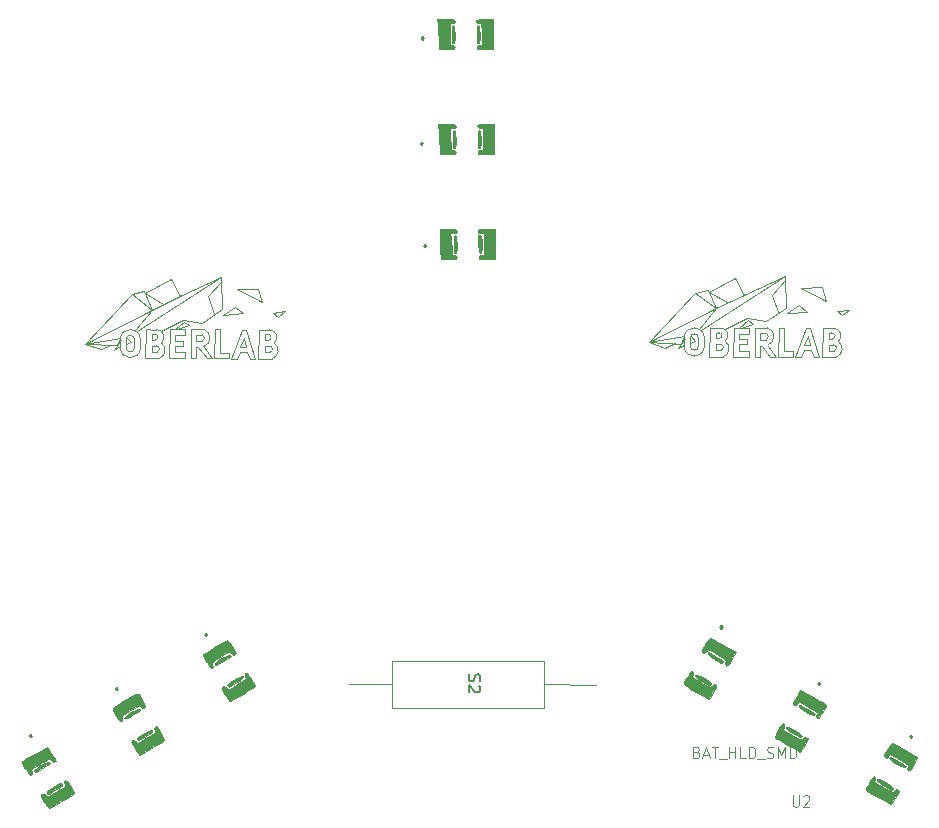
<source format=gbr>
%TF.GenerationSoftware,KiCad,Pcbnew,7.0.8*%
%TF.CreationDate,2024-08-22T12:11:35+02:00*%
%TF.ProjectId,Fidget_Spinner,46696467-6574-45f5-9370-696e6e65722e,rev?*%
%TF.SameCoordinates,Original*%
%TF.FileFunction,Legend,Top*%
%TF.FilePolarity,Positive*%
%FSLAX46Y46*%
G04 Gerber Fmt 4.6, Leading zero omitted, Abs format (unit mm)*
G04 Created by KiCad (PCBNEW 7.0.8) date 2024-08-22 12:11:35*
%MOMM*%
%LPD*%
G01*
G04 APERTURE LIST*
%ADD10C,0.250000*%
%ADD11C,0.050000*%
%ADD12C,0.150000*%
%ADD13C,0.120000*%
%ADD14C,0.010000*%
G04 APERTURE END LIST*
D10*
X77882568Y-59119380D02*
X77930187Y-59167000D01*
X77930187Y-59167000D02*
X77882568Y-59214619D01*
X77882568Y-59214619D02*
X77834949Y-59167000D01*
X77834949Y-59167000D02*
X77882568Y-59119380D01*
X77882568Y-59119380D02*
X77882568Y-59214619D01*
X51782568Y-96599380D02*
X51830187Y-96647000D01*
X51830187Y-96647000D02*
X51782568Y-96694619D01*
X51782568Y-96694619D02*
X51734949Y-96647000D01*
X51734949Y-96647000D02*
X51782568Y-96599380D01*
X51782568Y-96599380D02*
X51782568Y-96694619D01*
X77682568Y-41519380D02*
X77730187Y-41567000D01*
X77730187Y-41567000D02*
X77682568Y-41614619D01*
X77682568Y-41614619D02*
X77634949Y-41567000D01*
X77634949Y-41567000D02*
X77682568Y-41519380D01*
X77682568Y-41519380D02*
X77682568Y-41614619D01*
X44502568Y-100569380D02*
X44550187Y-100617000D01*
X44550187Y-100617000D02*
X44502568Y-100664619D01*
X44502568Y-100664619D02*
X44454949Y-100617000D01*
X44454949Y-100617000D02*
X44502568Y-100569380D01*
X44502568Y-100569380D02*
X44502568Y-100664619D01*
X102972568Y-91379380D02*
X103020187Y-91427000D01*
X103020187Y-91427000D02*
X102972568Y-91474619D01*
X102972568Y-91474619D02*
X102924949Y-91427000D01*
X102924949Y-91427000D02*
X102972568Y-91379380D01*
X102972568Y-91379380D02*
X102972568Y-91474619D01*
X59342568Y-92039380D02*
X59390187Y-92087000D01*
X59390187Y-92087000D02*
X59342568Y-92134619D01*
X59342568Y-92134619D02*
X59294949Y-92087000D01*
X59294949Y-92087000D02*
X59342568Y-92039380D01*
X59342568Y-92039380D02*
X59342568Y-92134619D01*
X77602568Y-50419380D02*
X77650187Y-50467000D01*
X77650187Y-50467000D02*
X77602568Y-50514619D01*
X77602568Y-50514619D02*
X77554949Y-50467000D01*
X77554949Y-50467000D02*
X77602568Y-50419380D01*
X77602568Y-50419380D02*
X77602568Y-50514619D01*
X111232568Y-96179380D02*
X111280187Y-96227000D01*
X111280187Y-96227000D02*
X111232568Y-96274619D01*
X111232568Y-96274619D02*
X111184949Y-96227000D01*
X111184949Y-96227000D02*
X111232568Y-96179380D01*
X111232568Y-96179380D02*
X111232568Y-96274619D01*
X119022568Y-100629380D02*
X119070187Y-100677000D01*
X119070187Y-100677000D02*
X119022568Y-100724619D01*
X119022568Y-100724619D02*
X118974949Y-100677000D01*
X118974949Y-100677000D02*
X119022568Y-100629380D01*
X119022568Y-100629380D02*
X119022568Y-100724619D01*
D11*
X109024285Y-105670019D02*
X109024285Y-106479542D01*
X109024285Y-106479542D02*
X109067142Y-106574780D01*
X109067142Y-106574780D02*
X109110000Y-106622400D01*
X109110000Y-106622400D02*
X109195714Y-106670019D01*
X109195714Y-106670019D02*
X109367142Y-106670019D01*
X109367142Y-106670019D02*
X109452857Y-106622400D01*
X109452857Y-106622400D02*
X109495714Y-106574780D01*
X109495714Y-106574780D02*
X109538571Y-106479542D01*
X109538571Y-106479542D02*
X109538571Y-105670019D01*
X109924285Y-105765257D02*
X109967142Y-105717638D01*
X109967142Y-105717638D02*
X110052857Y-105670019D01*
X110052857Y-105670019D02*
X110267142Y-105670019D01*
X110267142Y-105670019D02*
X110352857Y-105717638D01*
X110352857Y-105717638D02*
X110395714Y-105765257D01*
X110395714Y-105765257D02*
X110438571Y-105860495D01*
X110438571Y-105860495D02*
X110438571Y-105955733D01*
X110438571Y-105955733D02*
X110395714Y-106098590D01*
X110395714Y-106098590D02*
X109881428Y-106670019D01*
X109881428Y-106670019D02*
X110438571Y-106670019D01*
X100931429Y-102026209D02*
X101060001Y-102073828D01*
X101060001Y-102073828D02*
X101102858Y-102121447D01*
X101102858Y-102121447D02*
X101145715Y-102216685D01*
X101145715Y-102216685D02*
X101145715Y-102359542D01*
X101145715Y-102359542D02*
X101102858Y-102454780D01*
X101102858Y-102454780D02*
X101060001Y-102502400D01*
X101060001Y-102502400D02*
X100974286Y-102550019D01*
X100974286Y-102550019D02*
X100631429Y-102550019D01*
X100631429Y-102550019D02*
X100631429Y-101550019D01*
X100631429Y-101550019D02*
X100931429Y-101550019D01*
X100931429Y-101550019D02*
X101017144Y-101597638D01*
X101017144Y-101597638D02*
X101060001Y-101645257D01*
X101060001Y-101645257D02*
X101102858Y-101740495D01*
X101102858Y-101740495D02*
X101102858Y-101835733D01*
X101102858Y-101835733D02*
X101060001Y-101930971D01*
X101060001Y-101930971D02*
X101017144Y-101978590D01*
X101017144Y-101978590D02*
X100931429Y-102026209D01*
X100931429Y-102026209D02*
X100631429Y-102026209D01*
X101488572Y-102264304D02*
X101917144Y-102264304D01*
X101402858Y-102550019D02*
X101702858Y-101550019D01*
X101702858Y-101550019D02*
X102002858Y-102550019D01*
X102174287Y-101550019D02*
X102688573Y-101550019D01*
X102431430Y-102550019D02*
X102431430Y-101550019D01*
X102774287Y-102645257D02*
X103460001Y-102645257D01*
X103674286Y-102550019D02*
X103674286Y-101550019D01*
X103674286Y-102026209D02*
X104188572Y-102026209D01*
X104188572Y-102550019D02*
X104188572Y-101550019D01*
X105045715Y-102550019D02*
X104617143Y-102550019D01*
X104617143Y-102550019D02*
X104617143Y-101550019D01*
X105345714Y-102550019D02*
X105345714Y-101550019D01*
X105345714Y-101550019D02*
X105560000Y-101550019D01*
X105560000Y-101550019D02*
X105688571Y-101597638D01*
X105688571Y-101597638D02*
X105774286Y-101692876D01*
X105774286Y-101692876D02*
X105817143Y-101788114D01*
X105817143Y-101788114D02*
X105860000Y-101978590D01*
X105860000Y-101978590D02*
X105860000Y-102121447D01*
X105860000Y-102121447D02*
X105817143Y-102311923D01*
X105817143Y-102311923D02*
X105774286Y-102407161D01*
X105774286Y-102407161D02*
X105688571Y-102502400D01*
X105688571Y-102502400D02*
X105560000Y-102550019D01*
X105560000Y-102550019D02*
X105345714Y-102550019D01*
X106031429Y-102645257D02*
X106717143Y-102645257D01*
X106888571Y-102502400D02*
X107017143Y-102550019D01*
X107017143Y-102550019D02*
X107231428Y-102550019D01*
X107231428Y-102550019D02*
X107317143Y-102502400D01*
X107317143Y-102502400D02*
X107360000Y-102454780D01*
X107360000Y-102454780D02*
X107402857Y-102359542D01*
X107402857Y-102359542D02*
X107402857Y-102264304D01*
X107402857Y-102264304D02*
X107360000Y-102169066D01*
X107360000Y-102169066D02*
X107317143Y-102121447D01*
X107317143Y-102121447D02*
X107231428Y-102073828D01*
X107231428Y-102073828D02*
X107060000Y-102026209D01*
X107060000Y-102026209D02*
X106974285Y-101978590D01*
X106974285Y-101978590D02*
X106931428Y-101930971D01*
X106931428Y-101930971D02*
X106888571Y-101835733D01*
X106888571Y-101835733D02*
X106888571Y-101740495D01*
X106888571Y-101740495D02*
X106931428Y-101645257D01*
X106931428Y-101645257D02*
X106974285Y-101597638D01*
X106974285Y-101597638D02*
X107060000Y-101550019D01*
X107060000Y-101550019D02*
X107274285Y-101550019D01*
X107274285Y-101550019D02*
X107402857Y-101597638D01*
X107788571Y-102550019D02*
X107788571Y-101550019D01*
X107788571Y-101550019D02*
X108088571Y-102264304D01*
X108088571Y-102264304D02*
X108388571Y-101550019D01*
X108388571Y-101550019D02*
X108388571Y-102550019D01*
X108817142Y-102550019D02*
X108817142Y-101550019D01*
X108817142Y-101550019D02*
X109031428Y-101550019D01*
X109031428Y-101550019D02*
X109159999Y-101597638D01*
X109159999Y-101597638D02*
X109245714Y-101692876D01*
X109245714Y-101692876D02*
X109288571Y-101788114D01*
X109288571Y-101788114D02*
X109331428Y-101978590D01*
X109331428Y-101978590D02*
X109331428Y-102121447D01*
X109331428Y-102121447D02*
X109288571Y-102311923D01*
X109288571Y-102311923D02*
X109245714Y-102407161D01*
X109245714Y-102407161D02*
X109159999Y-102502400D01*
X109159999Y-102502400D02*
X109031428Y-102550019D01*
X109031428Y-102550019D02*
X108817142Y-102550019D01*
D12*
X81652800Y-95438095D02*
X81605180Y-95580952D01*
X81605180Y-95580952D02*
X81605180Y-95819047D01*
X81605180Y-95819047D02*
X81652800Y-95914285D01*
X81652800Y-95914285D02*
X81700419Y-95961904D01*
X81700419Y-95961904D02*
X81795657Y-96009523D01*
X81795657Y-96009523D02*
X81890895Y-96009523D01*
X81890895Y-96009523D02*
X81986133Y-95961904D01*
X81986133Y-95961904D02*
X82033752Y-95914285D01*
X82033752Y-95914285D02*
X82081371Y-95819047D01*
X82081371Y-95819047D02*
X82128990Y-95628571D01*
X82128990Y-95628571D02*
X82176609Y-95533333D01*
X82176609Y-95533333D02*
X82224228Y-95485714D01*
X82224228Y-95485714D02*
X82319466Y-95438095D01*
X82319466Y-95438095D02*
X82414704Y-95438095D01*
X82414704Y-95438095D02*
X82509942Y-95485714D01*
X82509942Y-95485714D02*
X82557561Y-95533333D01*
X82557561Y-95533333D02*
X82605180Y-95628571D01*
X82605180Y-95628571D02*
X82605180Y-95866666D01*
X82605180Y-95866666D02*
X82557561Y-96009523D01*
X82509942Y-96390476D02*
X82557561Y-96438095D01*
X82557561Y-96438095D02*
X82605180Y-96533333D01*
X82605180Y-96533333D02*
X82605180Y-96771428D01*
X82605180Y-96771428D02*
X82557561Y-96866666D01*
X82557561Y-96866666D02*
X82509942Y-96914285D01*
X82509942Y-96914285D02*
X82414704Y-96961904D01*
X82414704Y-96961904D02*
X82319466Y-96961904D01*
X82319466Y-96961904D02*
X82176609Y-96914285D01*
X82176609Y-96914285D02*
X81605180Y-96342857D01*
X81605180Y-96342857D02*
X81605180Y-96961904D01*
D13*
%TO.C,S2*%
X75110000Y-96275000D02*
X71510000Y-96250000D01*
X92410000Y-96300000D02*
X88010000Y-96275000D01*
X75110000Y-98250000D02*
X88010000Y-98250000D01*
X88010000Y-98250000D02*
X88010000Y-94300000D01*
X88010000Y-94300000D02*
X75110000Y-94300000D01*
X75110000Y-94300000D02*
X75110000Y-98250000D01*
%TO.C,G\u002A\u002A\u002A*%
D14*
X53808211Y-98398152D02*
X53766923Y-98471769D01*
X53670890Y-98549094D01*
X53492850Y-98668131D01*
X53227898Y-98828324D01*
X52982239Y-98967795D01*
X52707629Y-99109819D01*
X52544292Y-99167294D01*
X52461964Y-99148629D01*
X52443242Y-99117526D01*
X52486845Y-99016729D01*
X52645124Y-98872562D01*
X52877564Y-98709399D01*
X53143648Y-98551612D01*
X53402860Y-98423574D01*
X53614683Y-98349659D01*
X53724777Y-98346599D01*
X53808211Y-98398152D01*
G36*
X53808211Y-98398152D02*
G01*
X53766923Y-98471769D01*
X53670890Y-98549094D01*
X53492850Y-98668131D01*
X53227898Y-98828324D01*
X52982239Y-98967795D01*
X52707629Y-99109819D01*
X52544292Y-99167294D01*
X52461964Y-99148629D01*
X52443242Y-99117526D01*
X52486845Y-99016729D01*
X52645124Y-98872562D01*
X52877564Y-98709399D01*
X53143648Y-98551612D01*
X53402860Y-98423574D01*
X53614683Y-98349659D01*
X53724777Y-98346599D01*
X53808211Y-98398152D01*
G37*
X117450918Y-102495754D02*
X117659537Y-102602148D01*
X117916283Y-102748545D01*
X118179447Y-102909640D01*
X118407324Y-103060131D01*
X118558205Y-103174713D01*
X118595766Y-103221319D01*
X118562211Y-103307849D01*
X118449072Y-103312388D01*
X118237639Y-103229949D01*
X117909204Y-103055551D01*
X117852531Y-103023347D01*
X117535004Y-102824316D01*
X117323270Y-102655107D01*
X117230186Y-102529771D01*
X117268613Y-102462359D01*
X117332131Y-102454666D01*
X117450918Y-102495754D01*
G36*
X117450918Y-102495754D02*
G01*
X117659537Y-102602148D01*
X117916283Y-102748545D01*
X118179447Y-102909640D01*
X118407324Y-103060131D01*
X118558205Y-103174713D01*
X118595766Y-103221319D01*
X118562211Y-103307849D01*
X118449072Y-103312388D01*
X118237639Y-103229949D01*
X117909204Y-103055551D01*
X117852531Y-103023347D01*
X117535004Y-102824316D01*
X117323270Y-102655107D01*
X117230186Y-102529771D01*
X117268613Y-102462359D01*
X117332131Y-102454666D01*
X117450918Y-102495754D01*
G37*
X61390082Y-93813782D02*
X61436510Y-93862093D01*
X61444255Y-93905112D01*
X61389915Y-93963869D01*
X61250085Y-94059393D01*
X61001363Y-94212715D01*
X60830442Y-94316655D01*
X60494907Y-94514630D01*
X60276385Y-94624417D01*
X60151919Y-94653127D01*
X60098551Y-94607869D01*
X60091100Y-94545652D01*
X60159719Y-94442551D01*
X60337575Y-94299871D01*
X60582663Y-94141280D01*
X60852981Y-93990441D01*
X61106525Y-93871022D01*
X61301291Y-93806686D01*
X61390082Y-93813782D01*
G36*
X61390082Y-93813782D02*
G01*
X61436510Y-93862093D01*
X61444255Y-93905112D01*
X61389915Y-93963869D01*
X61250085Y-94059393D01*
X61001363Y-94212715D01*
X60830442Y-94316655D01*
X60494907Y-94514630D01*
X60276385Y-94624417D01*
X60151919Y-94653127D01*
X60098551Y-94607869D01*
X60091100Y-94545652D01*
X60159719Y-94442551D01*
X60337575Y-94299871D01*
X60582663Y-94141280D01*
X60852981Y-93990441D01*
X61106525Y-93871022D01*
X61301291Y-93806686D01*
X61390082Y-93813782D01*
G37*
X100978247Y-95477942D02*
X101195405Y-95566078D01*
X101455132Y-95703020D01*
X101716888Y-95864095D01*
X101940131Y-96024630D01*
X102084320Y-96159953D01*
X102114565Y-96236405D01*
X102079898Y-96310215D01*
X102027505Y-96339280D01*
X101927663Y-96314244D01*
X101750650Y-96225749D01*
X101466745Y-96064439D01*
X101345884Y-95994416D01*
X101014235Y-95794911D01*
X100819234Y-95655575D01*
X100746111Y-95560773D01*
X100780096Y-95494868D01*
X100844201Y-95463284D01*
X100978247Y-95477942D01*
G36*
X100978247Y-95477942D02*
G01*
X101195405Y-95566078D01*
X101455132Y-95703020D01*
X101716888Y-95864095D01*
X101940131Y-96024630D01*
X102084320Y-96159953D01*
X102114565Y-96236405D01*
X102079898Y-96310215D01*
X102027505Y-96339280D01*
X101927663Y-96314244D01*
X101750650Y-96225749D01*
X101466745Y-96064439D01*
X101345884Y-95994416D01*
X101014235Y-95794911D01*
X100819234Y-95655575D01*
X100746111Y-95560773D01*
X100780096Y-95494868D01*
X100844201Y-95463284D01*
X100978247Y-95477942D01*
G37*
X102011127Y-93605912D02*
X102218404Y-93712995D01*
X102472644Y-93860938D01*
X102733863Y-94024762D01*
X102962077Y-94179489D01*
X103117302Y-94300138D01*
X103161673Y-94358612D01*
X103107356Y-94436219D01*
X103000627Y-94442925D01*
X102815256Y-94371258D01*
X102525012Y-94213745D01*
X102403266Y-94142551D01*
X102133017Y-93968483D01*
X101931734Y-93811465D01*
X101835333Y-93700266D01*
X101831766Y-93684749D01*
X101865411Y-93576409D01*
X101890796Y-93564666D01*
X102011127Y-93605912D01*
G36*
X102011127Y-93605912D02*
G01*
X102218404Y-93712995D01*
X102472644Y-93860938D01*
X102733863Y-94024762D01*
X102962077Y-94179489D01*
X103117302Y-94300138D01*
X103161673Y-94358612D01*
X103107356Y-94436219D01*
X103000627Y-94442925D01*
X102815256Y-94371258D01*
X102525012Y-94213745D01*
X102403266Y-94142551D01*
X102133017Y-93968483D01*
X101931734Y-93811465D01*
X101835333Y-93700266D01*
X101831766Y-93684749D01*
X101865411Y-93576409D01*
X101890796Y-93564666D01*
X102011127Y-93605912D01*
G37*
X108627488Y-99887766D02*
X108832385Y-99973026D01*
X109088380Y-100107656D01*
X109354968Y-100267343D01*
X109591641Y-100427776D01*
X109757893Y-100564645D01*
X109813215Y-100653637D01*
X109812674Y-100655500D01*
X109760972Y-100731096D01*
X109661409Y-100739778D01*
X109487698Y-100673462D01*
X109213552Y-100524067D01*
X109028433Y-100414385D01*
X108706655Y-100212576D01*
X108519796Y-100070234D01*
X108451663Y-99970410D01*
X108486064Y-99896158D01*
X108514199Y-99876186D01*
X108627488Y-99887766D01*
G36*
X108627488Y-99887766D02*
G01*
X108832385Y-99973026D01*
X109088380Y-100107656D01*
X109354968Y-100267343D01*
X109591641Y-100427776D01*
X109757893Y-100564645D01*
X109813215Y-100653637D01*
X109812674Y-100655500D01*
X109760972Y-100731096D01*
X109661409Y-100739778D01*
X109487698Y-100673462D01*
X109213552Y-100524067D01*
X109028433Y-100414385D01*
X108706655Y-100212576D01*
X108519796Y-100070234D01*
X108451663Y-99970410D01*
X108486064Y-99896158D01*
X108514199Y-99876186D01*
X108627488Y-99887766D01*
G37*
X109664369Y-98059740D02*
X109854321Y-98132441D01*
X110103821Y-98254545D01*
X110372408Y-98403471D01*
X110619624Y-98556638D01*
X110805007Y-98691466D01*
X110888097Y-98785373D01*
X110889273Y-98792833D01*
X110855728Y-98877979D01*
X110738864Y-98879882D01*
X110520820Y-98793810D01*
X110183732Y-98615029D01*
X110153284Y-98597825D01*
X109830777Y-98407195D01*
X109639444Y-98270067D01*
X109557877Y-98166514D01*
X109564667Y-98076607D01*
X109574426Y-98059022D01*
X109664369Y-98059740D01*
G36*
X109664369Y-98059740D02*
G01*
X109854321Y-98132441D01*
X110103821Y-98254545D01*
X110372408Y-98403471D01*
X110619624Y-98556638D01*
X110805007Y-98691466D01*
X110888097Y-98785373D01*
X110889273Y-98792833D01*
X110855728Y-98877979D01*
X110738864Y-98879882D01*
X110520820Y-98793810D01*
X110183732Y-98615029D01*
X110153284Y-98597825D01*
X109830777Y-98407195D01*
X109639444Y-98270067D01*
X109557877Y-98166514D01*
X109564667Y-98076607D01*
X109574426Y-98059022D01*
X109664369Y-98059740D01*
G37*
X116505696Y-104388265D02*
X116755659Y-104509841D01*
X117021971Y-104664968D01*
X117265438Y-104830292D01*
X117446864Y-104982459D01*
X117527055Y-105098115D01*
X117525556Y-105122085D01*
X117476831Y-105231864D01*
X117464874Y-105246913D01*
X117391008Y-105207797D01*
X117206032Y-105105660D01*
X116946346Y-104960638D01*
X116878834Y-104922748D01*
X116536091Y-104726117D01*
X116320950Y-104588303D01*
X116210954Y-104489663D01*
X116183643Y-104410556D01*
X116211598Y-104339179D01*
X116311278Y-104323593D01*
X116505696Y-104388265D01*
G36*
X116505696Y-104388265D02*
G01*
X116755659Y-104509841D01*
X117021971Y-104664968D01*
X117265438Y-104830292D01*
X117446864Y-104982459D01*
X117527055Y-105098115D01*
X117525556Y-105122085D01*
X117476831Y-105231864D01*
X117464874Y-105246913D01*
X117391008Y-105207797D01*
X117206032Y-105105660D01*
X116946346Y-104960638D01*
X116878834Y-104922748D01*
X116536091Y-104726117D01*
X116320950Y-104588303D01*
X116210954Y-104489663D01*
X116183643Y-104410556D01*
X116211598Y-104339179D01*
X116311278Y-104323593D01*
X116505696Y-104388265D01*
G37*
X46081527Y-102867552D02*
X46120987Y-102956053D01*
X46121100Y-102963928D01*
X46054327Y-103031455D01*
X45881865Y-103156070D01*
X45645495Y-103311639D01*
X45387001Y-103472029D01*
X45148163Y-103611107D01*
X44970764Y-103702739D01*
X44904824Y-103724666D01*
X44826532Y-103664632D01*
X44805285Y-103634367D01*
X44774897Y-103587871D01*
X44771731Y-103549736D01*
X44821027Y-103499246D01*
X44948019Y-103415684D01*
X45177947Y-103278334D01*
X45395686Y-103149729D01*
X45736360Y-102959912D01*
X45959146Y-102867345D01*
X46081527Y-102867552D01*
G36*
X46081527Y-102867552D02*
G01*
X46120987Y-102956053D01*
X46121100Y-102963928D01*
X46054327Y-103031455D01*
X45881865Y-103156070D01*
X45645495Y-103311639D01*
X45387001Y-103472029D01*
X45148163Y-103611107D01*
X44970764Y-103702739D01*
X44904824Y-103724666D01*
X44826532Y-103664632D01*
X44805285Y-103634367D01*
X44774897Y-103587871D01*
X44771731Y-103549736D01*
X44821027Y-103499246D01*
X44948019Y-103415684D01*
X45177947Y-103278334D01*
X45395686Y-103149729D01*
X45736360Y-102959912D01*
X45959146Y-102867345D01*
X46081527Y-102867552D01*
G37*
X47166027Y-104711487D02*
X47213030Y-104830554D01*
X47208360Y-104859877D01*
X47126896Y-104910106D01*
X46943002Y-105019938D01*
X46700458Y-105163559D01*
X46443046Y-105315151D01*
X46214546Y-105448900D01*
X46058738Y-105538991D01*
X46021116Y-105559943D01*
X45931993Y-105529874D01*
X45905727Y-105496670D01*
X45883004Y-105420838D01*
X45926459Y-105336976D01*
X46058095Y-105225214D01*
X46299913Y-105065682D01*
X46556570Y-104908900D01*
X46840609Y-104745064D01*
X47016666Y-104666404D01*
X47116598Y-104662602D01*
X47166027Y-104711487D01*
G36*
X47166027Y-104711487D02*
G01*
X47213030Y-104830554D01*
X47208360Y-104859877D01*
X47126896Y-104910106D01*
X46943002Y-105019938D01*
X46700458Y-105163559D01*
X46443046Y-105315151D01*
X46214546Y-105448900D01*
X46058738Y-105538991D01*
X46021116Y-105559943D01*
X45931993Y-105529874D01*
X45905727Y-105496670D01*
X45883004Y-105420838D01*
X45926459Y-105336976D01*
X46058095Y-105225214D01*
X46299913Y-105065682D01*
X46556570Y-104908900D01*
X46840609Y-104745064D01*
X47016666Y-104666404D01*
X47116598Y-104662602D01*
X47166027Y-104711487D01*
G37*
X54835144Y-100148972D02*
X54823883Y-100261623D01*
X54816836Y-100280845D01*
X54731049Y-100365163D01*
X54541401Y-100501712D01*
X54293181Y-100662546D01*
X54031676Y-100819722D01*
X53802174Y-100945293D01*
X53649966Y-101011315D01*
X53626506Y-101015333D01*
X53547492Y-100955025D01*
X53523583Y-100921200D01*
X53500680Y-100868870D01*
X53519660Y-100815726D01*
X53604387Y-100743323D01*
X53778723Y-100633213D01*
X54066531Y-100466952D01*
X54234325Y-100371785D01*
X54554080Y-100201912D01*
X54749782Y-100128354D01*
X54835144Y-100148972D01*
G36*
X54835144Y-100148972D02*
G01*
X54823883Y-100261623D01*
X54816836Y-100280845D01*
X54731049Y-100365163D01*
X54541401Y-100501712D01*
X54293181Y-100662546D01*
X54031676Y-100819722D01*
X53802174Y-100945293D01*
X53649966Y-101011315D01*
X53626506Y-101015333D01*
X53547492Y-100955025D01*
X53523583Y-100921200D01*
X53500680Y-100868870D01*
X53519660Y-100815726D01*
X53604387Y-100743323D01*
X53778723Y-100633213D01*
X54066531Y-100466952D01*
X54234325Y-100371785D01*
X54554080Y-100201912D01*
X54749782Y-100128354D01*
X54835144Y-100148972D01*
G37*
X62461397Y-95580977D02*
X62492761Y-95639981D01*
X62456208Y-95776390D01*
X62255663Y-95943557D01*
X62226466Y-95961995D01*
X61847434Y-96195906D01*
X61586700Y-96352078D01*
X61418522Y-96441804D01*
X61317159Y-96476374D01*
X61256870Y-96467081D01*
X61211914Y-96425217D01*
X61200827Y-96411917D01*
X61179203Y-96337771D01*
X61246621Y-96244963D01*
X61424072Y-96114131D01*
X61719353Y-95933656D01*
X62007082Y-95764912D01*
X62237203Y-95630475D01*
X62371977Y-95552373D01*
X62389394Y-95542555D01*
X62461397Y-95580977D01*
G36*
X62461397Y-95580977D02*
G01*
X62492761Y-95639981D01*
X62456208Y-95776390D01*
X62255663Y-95943557D01*
X62226466Y-95961995D01*
X61847434Y-96195906D01*
X61586700Y-96352078D01*
X61418522Y-96441804D01*
X61317159Y-96476374D01*
X61256870Y-96467081D01*
X61211914Y-96425217D01*
X61200827Y-96411917D01*
X61179203Y-96337771D01*
X61246621Y-96244963D01*
X61424072Y-96114131D01*
X61719353Y-95933656D01*
X62007082Y-95764912D01*
X62237203Y-95630475D01*
X62371977Y-95552373D01*
X62389394Y-95542555D01*
X62461397Y-95580977D01*
G37*
X80346058Y-40508361D02*
X80384651Y-40616739D01*
X80404701Y-40832736D01*
X80411033Y-41185292D01*
X80411100Y-41240666D01*
X80406150Y-41612416D01*
X80388087Y-41843974D01*
X80352088Y-41964277D01*
X80293329Y-42002264D01*
X80284100Y-42002666D01*
X80222141Y-41972971D01*
X80183548Y-41864594D01*
X80163498Y-41648596D01*
X80157166Y-41296041D01*
X80157100Y-41240666D01*
X80162049Y-40868916D01*
X80180112Y-40637359D01*
X80216111Y-40517055D01*
X80274870Y-40479068D01*
X80284100Y-40478666D01*
X80346058Y-40508361D01*
G36*
X80346058Y-40508361D02*
G01*
X80384651Y-40616739D01*
X80404701Y-40832736D01*
X80411033Y-41185292D01*
X80411100Y-41240666D01*
X80406150Y-41612416D01*
X80388087Y-41843974D01*
X80352088Y-41964277D01*
X80293329Y-42002264D01*
X80284100Y-42002666D01*
X80222141Y-41972971D01*
X80183548Y-41864594D01*
X80163498Y-41648596D01*
X80157166Y-41296041D01*
X80157100Y-41240666D01*
X80162049Y-40868916D01*
X80180112Y-40637359D01*
X80216111Y-40517055D01*
X80274870Y-40479068D01*
X80284100Y-40478666D01*
X80346058Y-40508361D01*
G37*
X80430724Y-49398361D02*
X80469317Y-49506739D01*
X80489368Y-49722736D01*
X80495699Y-50075292D01*
X80495766Y-50130666D01*
X80490817Y-50502416D01*
X80472754Y-50733974D01*
X80436755Y-50854277D01*
X80377995Y-50892264D01*
X80368766Y-50892666D01*
X80306808Y-50862971D01*
X80268215Y-50754594D01*
X80248164Y-50538596D01*
X80241833Y-50186041D01*
X80241766Y-50130666D01*
X80246715Y-49758916D01*
X80264778Y-49527359D01*
X80300778Y-49407055D01*
X80359537Y-49369068D01*
X80368766Y-49368666D01*
X80430724Y-49398361D01*
G36*
X80430724Y-49398361D02*
G01*
X80469317Y-49506739D01*
X80489368Y-49722736D01*
X80495699Y-50075292D01*
X80495766Y-50130666D01*
X80490817Y-50502416D01*
X80472754Y-50733974D01*
X80436755Y-50854277D01*
X80377995Y-50892264D01*
X80368766Y-50892666D01*
X80306808Y-50862971D01*
X80268215Y-50754594D01*
X80248164Y-50538596D01*
X80241833Y-50186041D01*
X80241766Y-50130666D01*
X80246715Y-49758916D01*
X80264778Y-49527359D01*
X80300778Y-49407055D01*
X80359537Y-49369068D01*
X80368766Y-49368666D01*
X80430724Y-49398361D01*
G37*
X80515391Y-58288361D02*
X80553984Y-58396739D01*
X80574035Y-58612736D01*
X80580366Y-58965292D01*
X80580433Y-59020666D01*
X80575484Y-59392416D01*
X80557421Y-59623974D01*
X80521421Y-59744277D01*
X80462662Y-59782264D01*
X80453433Y-59782666D01*
X80391475Y-59752971D01*
X80352882Y-59644594D01*
X80332831Y-59428596D01*
X80326500Y-59076041D01*
X80326433Y-59020666D01*
X80331382Y-58648916D01*
X80349445Y-58417359D01*
X80385444Y-58297055D01*
X80444204Y-58259068D01*
X80453433Y-58258666D01*
X80515391Y-58288361D01*
G36*
X80515391Y-58288361D02*
G01*
X80553984Y-58396739D01*
X80574035Y-58612736D01*
X80580366Y-58965292D01*
X80580433Y-59020666D01*
X80575484Y-59392416D01*
X80557421Y-59623974D01*
X80521421Y-59744277D01*
X80462662Y-59782264D01*
X80453433Y-59782666D01*
X80391475Y-59752971D01*
X80352882Y-59644594D01*
X80332831Y-59428596D01*
X80326500Y-59076041D01*
X80326433Y-59020666D01*
X80331382Y-58648916D01*
X80349445Y-58417359D01*
X80385444Y-58297055D01*
X80444204Y-58259068D01*
X80453433Y-58258666D01*
X80515391Y-58288361D01*
G37*
X82462724Y-40508361D02*
X82501317Y-40616739D01*
X82521368Y-40832736D01*
X82527699Y-41185292D01*
X82527766Y-41240666D01*
X82522817Y-41612416D01*
X82504754Y-41843974D01*
X82468755Y-41964277D01*
X82409995Y-42002264D01*
X82400766Y-42002666D01*
X82338808Y-41972971D01*
X82300215Y-41864594D01*
X82280164Y-41648596D01*
X82273833Y-41296041D01*
X82273766Y-41240666D01*
X82278715Y-40868916D01*
X82296778Y-40637359D01*
X82332778Y-40517055D01*
X82391537Y-40479068D01*
X82400766Y-40478666D01*
X82462724Y-40508361D01*
G36*
X82462724Y-40508361D02*
G01*
X82501317Y-40616739D01*
X82521368Y-40832736D01*
X82527699Y-41185292D01*
X82527766Y-41240666D01*
X82522817Y-41612416D01*
X82504754Y-41843974D01*
X82468755Y-41964277D01*
X82409995Y-42002264D01*
X82400766Y-42002666D01*
X82338808Y-41972971D01*
X82300215Y-41864594D01*
X82280164Y-41648596D01*
X82273833Y-41296041D01*
X82273766Y-41240666D01*
X82278715Y-40868916D01*
X82296778Y-40637359D01*
X82332778Y-40517055D01*
X82391537Y-40479068D01*
X82400766Y-40478666D01*
X82462724Y-40508361D01*
G37*
X82544004Y-49394197D02*
X82583440Y-49477042D01*
X82604392Y-49661030D01*
X82611984Y-49975031D01*
X82612433Y-50124458D01*
X82607547Y-50497937D01*
X82589709Y-50731136D01*
X82554147Y-50852912D01*
X82496093Y-50892122D01*
X82485433Y-50892666D01*
X82420270Y-50860763D01*
X82381164Y-50745011D01*
X82362476Y-50515341D01*
X82358433Y-50215333D01*
X82357907Y-49890308D01*
X82356513Y-49632740D01*
X82354524Y-49487869D01*
X82353961Y-49474500D01*
X82418769Y-49404435D01*
X82480961Y-49383625D01*
X82544004Y-49394197D01*
G36*
X82544004Y-49394197D02*
G01*
X82583440Y-49477042D01*
X82604392Y-49661030D01*
X82611984Y-49975031D01*
X82612433Y-50124458D01*
X82607547Y-50497937D01*
X82589709Y-50731136D01*
X82554147Y-50852912D01*
X82496093Y-50892122D01*
X82485433Y-50892666D01*
X82420270Y-50860763D01*
X82381164Y-50745011D01*
X82362476Y-50515341D01*
X82358433Y-50215333D01*
X82357907Y-49890308D01*
X82356513Y-49632740D01*
X82354524Y-49487869D01*
X82353961Y-49474500D01*
X82418769Y-49404435D01*
X82480961Y-49383625D01*
X82544004Y-49394197D01*
G37*
X82601863Y-58269022D02*
X82655213Y-58321705D01*
X82683730Y-58449138D01*
X82695121Y-58683742D01*
X82697100Y-59020666D01*
X82692150Y-59392416D01*
X82674087Y-59623974D01*
X82638088Y-59744277D01*
X82579329Y-59782264D01*
X82570100Y-59782666D01*
X82478891Y-59722505D01*
X82443551Y-59526776D01*
X82442364Y-59465166D01*
X82431219Y-59185920D01*
X82403903Y-58847297D01*
X82388237Y-58703166D01*
X82362723Y-58444958D01*
X82374620Y-58312585D01*
X82435874Y-58264472D01*
X82515973Y-58258666D01*
X82601863Y-58269022D01*
G36*
X82601863Y-58269022D02*
G01*
X82655213Y-58321705D01*
X82683730Y-58449138D01*
X82695121Y-58683742D01*
X82697100Y-59020666D01*
X82692150Y-59392416D01*
X82674087Y-59623974D01*
X82638088Y-59744277D01*
X82579329Y-59782264D01*
X82570100Y-59782666D01*
X82478891Y-59722505D01*
X82443551Y-59526776D01*
X82442364Y-59465166D01*
X82431219Y-59185920D01*
X82403903Y-58847297D01*
X82388237Y-58703166D01*
X82362723Y-58444958D01*
X82374620Y-58312585D01*
X82435874Y-58264472D01*
X82515973Y-58258666D01*
X82601863Y-58269022D01*
G37*
X83713100Y-51400666D02*
X83035766Y-51400666D01*
X82698290Y-51397131D01*
X82496032Y-51380848D01*
X82394931Y-51343303D01*
X82360925Y-51275979D01*
X82358433Y-51231333D01*
X82408042Y-51098548D01*
X82570100Y-51062000D01*
X82781766Y-51062000D01*
X82781766Y-49210580D01*
X82549657Y-49183790D01*
X82356630Y-49111510D01*
X82289449Y-49008833D01*
X82293117Y-48936846D01*
X82358147Y-48892653D01*
X82515468Y-48869686D01*
X82796010Y-48861377D01*
X82987225Y-48860666D01*
X83713100Y-48860666D01*
X83713100Y-51400666D01*
G36*
X83713100Y-51400666D02*
G01*
X83035766Y-51400666D01*
X82698290Y-51397131D01*
X82496032Y-51380848D01*
X82394931Y-51343303D01*
X82360925Y-51275979D01*
X82358433Y-51231333D01*
X82408042Y-51098548D01*
X82570100Y-51062000D01*
X82781766Y-51062000D01*
X82781766Y-49210580D01*
X82549657Y-49183790D01*
X82356630Y-49111510D01*
X82289449Y-49008833D01*
X82293117Y-48936846D01*
X82358147Y-48892653D01*
X82515468Y-48869686D01*
X82796010Y-48861377D01*
X82987225Y-48860666D01*
X83713100Y-48860666D01*
X83713100Y-51400666D01*
G37*
X83797766Y-60290666D02*
X83120433Y-60290666D01*
X82782956Y-60287131D01*
X82580698Y-60270848D01*
X82479597Y-60233303D01*
X82445592Y-60165979D01*
X82443100Y-60121333D01*
X82492708Y-59988548D01*
X82654766Y-59952000D01*
X82866433Y-59952000D01*
X82866433Y-58089333D01*
X82612433Y-58089333D01*
X82426513Y-58062722D01*
X82361053Y-57963711D01*
X82358433Y-57920000D01*
X82371825Y-57837665D01*
X82434076Y-57787373D01*
X82578296Y-57761333D01*
X82837595Y-57751755D01*
X83078100Y-57750666D01*
X83797766Y-57750666D01*
X83797766Y-60290666D01*
G36*
X83797766Y-60290666D02*
G01*
X83120433Y-60290666D01*
X82782956Y-60287131D01*
X82580698Y-60270848D01*
X82479597Y-60233303D01*
X82445592Y-60165979D01*
X82443100Y-60121333D01*
X82492708Y-59988548D01*
X82654766Y-59952000D01*
X82866433Y-59952000D01*
X82866433Y-58089333D01*
X82612433Y-58089333D01*
X82426513Y-58062722D01*
X82361053Y-57963711D01*
X82358433Y-57920000D01*
X82371825Y-57837665D01*
X82434076Y-57787373D01*
X82578296Y-57761333D01*
X82837595Y-57751755D01*
X83078100Y-57750666D01*
X83797766Y-57750666D01*
X83797766Y-60290666D01*
G37*
X80033479Y-39973728D02*
X80250181Y-39987991D01*
X80363333Y-40021073D01*
X80405811Y-40080592D01*
X80411100Y-40140000D01*
X80361491Y-40272784D01*
X80199433Y-40309333D01*
X79987766Y-40309333D01*
X79987766Y-42172000D01*
X80199433Y-42172000D01*
X80365414Y-42211686D01*
X80411100Y-42341333D01*
X80396959Y-42425702D01*
X80331828Y-42476266D01*
X80181646Y-42501542D01*
X79912350Y-42510043D01*
X79733766Y-42510666D01*
X79056433Y-42510666D01*
X79055501Y-41558166D01*
X79050428Y-41137351D01*
X79037446Y-40746785D01*
X79018681Y-40437038D01*
X79002090Y-40288166D01*
X78949610Y-39970666D01*
X79680355Y-39970666D01*
X80033479Y-39973728D01*
G36*
X80033479Y-39973728D02*
G01*
X80250181Y-39987991D01*
X80363333Y-40021073D01*
X80405811Y-40080592D01*
X80411100Y-40140000D01*
X80361491Y-40272784D01*
X80199433Y-40309333D01*
X79987766Y-40309333D01*
X79987766Y-42172000D01*
X80199433Y-42172000D01*
X80365414Y-42211686D01*
X80411100Y-42341333D01*
X80396959Y-42425702D01*
X80331828Y-42476266D01*
X80181646Y-42501542D01*
X79912350Y-42510043D01*
X79733766Y-42510666D01*
X79056433Y-42510666D01*
X79055501Y-41558166D01*
X79050428Y-41137351D01*
X79037446Y-40746785D01*
X79018681Y-40437038D01*
X79002090Y-40288166D01*
X78949610Y-39970666D01*
X79680355Y-39970666D01*
X80033479Y-39973728D01*
G37*
X83628433Y-42510666D02*
X82951100Y-42510666D01*
X82613623Y-42507131D01*
X82411365Y-42490848D01*
X82310264Y-42453303D01*
X82276259Y-42385979D01*
X82273766Y-42341333D01*
X82323375Y-42208548D01*
X82485433Y-42172000D01*
X82697100Y-42172000D01*
X82697100Y-41240666D01*
X82695922Y-40834039D01*
X82688113Y-40567269D01*
X82667261Y-40410882D01*
X82626954Y-40335401D01*
X82560779Y-40311351D01*
X82494491Y-40309333D01*
X82326186Y-40260974D01*
X82227325Y-40150868D01*
X82242176Y-40031468D01*
X82251378Y-40021277D01*
X82354478Y-39997368D01*
X82582172Y-39979549D01*
X82889747Y-39970991D01*
X82965211Y-39970666D01*
X83628433Y-39970666D01*
X83628433Y-42510666D01*
G36*
X83628433Y-42510666D02*
G01*
X82951100Y-42510666D01*
X82613623Y-42507131D01*
X82411365Y-42490848D01*
X82310264Y-42453303D01*
X82276259Y-42385979D01*
X82273766Y-42341333D01*
X82323375Y-42208548D01*
X82485433Y-42172000D01*
X82697100Y-42172000D01*
X82697100Y-41240666D01*
X82695922Y-40834039D01*
X82688113Y-40567269D01*
X82667261Y-40410882D01*
X82626954Y-40335401D01*
X82560779Y-40311351D01*
X82494491Y-40309333D01*
X82326186Y-40260974D01*
X82227325Y-40150868D01*
X82242176Y-40031468D01*
X82251378Y-40021277D01*
X82354478Y-39997368D01*
X82582172Y-39979549D01*
X82889747Y-39970991D01*
X82965211Y-39970666D01*
X83628433Y-39970666D01*
X83628433Y-42510666D01*
G37*
X80117187Y-48863717D02*
X80334247Y-48877935D01*
X80447701Y-48910916D01*
X80490394Y-48970258D01*
X80495766Y-49030000D01*
X80451467Y-49158117D01*
X80291856Y-49198776D01*
X80262933Y-49199160D01*
X80030100Y-49198988D01*
X80056548Y-50130494D01*
X80069344Y-50537117D01*
X80085020Y-50803921D01*
X80110941Y-50960363D01*
X80154468Y-51035898D01*
X80222964Y-51059981D01*
X80289381Y-51062000D01*
X80452671Y-51103856D01*
X80495766Y-51231333D01*
X80481625Y-51315702D01*
X80416494Y-51366266D01*
X80266312Y-51391542D01*
X79997017Y-51400043D01*
X79818433Y-51400666D01*
X79141100Y-51400666D01*
X79141100Y-50778440D01*
X79132873Y-50354119D01*
X79111475Y-49875625D01*
X79086343Y-49508440D01*
X79031586Y-48860666D01*
X79763676Y-48860666D01*
X80117187Y-48863717D01*
G36*
X80117187Y-48863717D02*
G01*
X80334247Y-48877935D01*
X80447701Y-48910916D01*
X80490394Y-48970258D01*
X80495766Y-49030000D01*
X80451467Y-49158117D01*
X80291856Y-49198776D01*
X80262933Y-49199160D01*
X80030100Y-49198988D01*
X80056548Y-50130494D01*
X80069344Y-50537117D01*
X80085020Y-50803921D01*
X80110941Y-50960363D01*
X80154468Y-51035898D01*
X80222964Y-51059981D01*
X80289381Y-51062000D01*
X80452671Y-51103856D01*
X80495766Y-51231333D01*
X80481625Y-51315702D01*
X80416494Y-51366266D01*
X80266312Y-51391542D01*
X79997017Y-51400043D01*
X79818433Y-51400666D01*
X79141100Y-51400666D01*
X79141100Y-50778440D01*
X79132873Y-50354119D01*
X79111475Y-49875625D01*
X79086343Y-49508440D01*
X79031586Y-48860666D01*
X79763676Y-48860666D01*
X80117187Y-48863717D01*
G37*
X80210689Y-57753817D02*
X80424430Y-57768465D01*
X80535099Y-57802399D01*
X80575805Y-57863410D01*
X80580433Y-57920000D01*
X80542662Y-58041774D01*
X80399964Y-58086615D01*
X80314640Y-58089333D01*
X80048846Y-58089333D01*
X80102237Y-58533833D01*
X80133988Y-58892086D01*
X80153504Y-59292609D01*
X80156364Y-59465166D01*
X80161748Y-59739368D01*
X80188640Y-59884854D01*
X80254742Y-59942201D01*
X80368766Y-59952000D01*
X80534747Y-59991686D01*
X80580433Y-60121333D01*
X80566044Y-60206354D01*
X80499967Y-60256994D01*
X80347835Y-60282012D01*
X80075283Y-60290164D01*
X79915966Y-60290666D01*
X79251499Y-60290666D01*
X79196299Y-59388495D01*
X79172816Y-58969524D01*
X79154300Y-58572268D01*
X79143194Y-58252904D01*
X79141100Y-58118495D01*
X79141100Y-57750666D01*
X79860766Y-57750666D01*
X80210689Y-57753817D01*
G36*
X80210689Y-57753817D02*
G01*
X80424430Y-57768465D01*
X80535099Y-57802399D01*
X80575805Y-57863410D01*
X80580433Y-57920000D01*
X80542662Y-58041774D01*
X80399964Y-58086615D01*
X80314640Y-58089333D01*
X80048846Y-58089333D01*
X80102237Y-58533833D01*
X80133988Y-58892086D01*
X80153504Y-59292609D01*
X80156364Y-59465166D01*
X80161748Y-59739368D01*
X80188640Y-59884854D01*
X80254742Y-59942201D01*
X80368766Y-59952000D01*
X80534747Y-59991686D01*
X80580433Y-60121333D01*
X80566044Y-60206354D01*
X80499967Y-60256994D01*
X80347835Y-60282012D01*
X80075283Y-60290164D01*
X79915966Y-60290666D01*
X79251499Y-60290666D01*
X79196299Y-59388495D01*
X79172816Y-58969524D01*
X79154300Y-58572268D01*
X79143194Y-58252904D01*
X79141100Y-58118495D01*
X79141100Y-57750666D01*
X79860766Y-57750666D01*
X80210689Y-57753817D01*
G37*
X102215223Y-92470677D02*
X102528392Y-92625609D01*
X102969389Y-92869564D01*
X103105617Y-92947792D01*
X104204594Y-93582610D01*
X103937293Y-94060471D01*
X103745333Y-94392359D01*
X103608034Y-94594318D01*
X103505057Y-94688238D01*
X103416066Y-94696009D01*
X103368191Y-94673038D01*
X103297524Y-94579653D01*
X103348457Y-94424990D01*
X103388690Y-94348318D01*
X103399628Y-94285843D01*
X103360640Y-94219791D01*
X103251096Y-94132387D01*
X103050367Y-94005857D01*
X102737822Y-93822424D01*
X102466766Y-93665322D01*
X102172646Y-93497368D01*
X101988221Y-93406382D01*
X101877191Y-93383543D01*
X101803257Y-93420032D01*
X101743620Y-93489619D01*
X101609270Y-93582301D01*
X101451129Y-93604235D01*
X101339822Y-93553269D01*
X101323766Y-93502414D01*
X101362526Y-93410819D01*
X101461429Y-93220255D01*
X101594414Y-92977496D01*
X101735416Y-92729321D01*
X101858373Y-92522506D01*
X101932631Y-92409654D01*
X102019948Y-92400212D01*
X102215223Y-92470677D01*
G36*
X102215223Y-92470677D02*
G01*
X102528392Y-92625609D01*
X102969389Y-92869564D01*
X103105617Y-92947792D01*
X104204594Y-93582610D01*
X103937293Y-94060471D01*
X103745333Y-94392359D01*
X103608034Y-94594318D01*
X103505057Y-94688238D01*
X103416066Y-94696009D01*
X103368191Y-94673038D01*
X103297524Y-94579653D01*
X103348457Y-94424990D01*
X103388690Y-94348318D01*
X103399628Y-94285843D01*
X103360640Y-94219791D01*
X103251096Y-94132387D01*
X103050367Y-94005857D01*
X102737822Y-93822424D01*
X102466766Y-93665322D01*
X102172646Y-93497368D01*
X101988221Y-93406382D01*
X101877191Y-93383543D01*
X101803257Y-93420032D01*
X101743620Y-93489619D01*
X101609270Y-93582301D01*
X101451129Y-93604235D01*
X101339822Y-93553269D01*
X101323766Y-93502414D01*
X101362526Y-93410819D01*
X101461429Y-93220255D01*
X101594414Y-92977496D01*
X101735416Y-92729321D01*
X101858373Y-92522506D01*
X101932631Y-92409654D01*
X102019948Y-92400212D01*
X102215223Y-92470677D01*
G37*
X55236448Y-99897745D02*
X55347185Y-100069504D01*
X55488808Y-100303616D01*
X55635860Y-100557127D01*
X55762882Y-100787083D01*
X55841595Y-100944109D01*
X55780725Y-101001025D01*
X55601382Y-101125576D01*
X55331552Y-101300405D01*
X54999222Y-101508156D01*
X54632377Y-101731471D01*
X54259003Y-101952994D01*
X53907087Y-102155368D01*
X53729425Y-102254078D01*
X53663954Y-102201071D01*
X53538346Y-102034067D01*
X53376734Y-101785944D01*
X53332252Y-101712963D01*
X53162953Y-101423741D01*
X53074637Y-101241959D01*
X53056860Y-101132528D01*
X53099177Y-101060359D01*
X53130254Y-101034322D01*
X53250723Y-100977287D01*
X53357924Y-101045633D01*
X53412032Y-101112725D01*
X53552644Y-101299139D01*
X54324205Y-100842364D01*
X54641371Y-100646458D01*
X54895292Y-100474127D01*
X55055478Y-100347039D01*
X55095766Y-100294061D01*
X55041506Y-100159776D01*
X54990641Y-100097407D01*
X54933006Y-99992051D01*
X55011807Y-99912437D01*
X55142615Y-99842888D01*
X55182056Y-99831296D01*
X55236448Y-99897745D01*
G36*
X55236448Y-99897745D02*
G01*
X55347185Y-100069504D01*
X55488808Y-100303616D01*
X55635860Y-100557127D01*
X55762882Y-100787083D01*
X55841595Y-100944109D01*
X55780725Y-101001025D01*
X55601382Y-101125576D01*
X55331552Y-101300405D01*
X54999222Y-101508156D01*
X54632377Y-101731471D01*
X54259003Y-101952994D01*
X53907087Y-102155368D01*
X53729425Y-102254078D01*
X53663954Y-102201071D01*
X53538346Y-102034067D01*
X53376734Y-101785944D01*
X53332252Y-101712963D01*
X53162953Y-101423741D01*
X53074637Y-101241959D01*
X53056860Y-101132528D01*
X53099177Y-101060359D01*
X53130254Y-101034322D01*
X53250723Y-100977287D01*
X53357924Y-101045633D01*
X53412032Y-101112725D01*
X53552644Y-101299139D01*
X54324205Y-100842364D01*
X54641371Y-100646458D01*
X54895292Y-100474127D01*
X55055478Y-100347039D01*
X55095766Y-100294061D01*
X55041506Y-100159776D01*
X54990641Y-100097407D01*
X54933006Y-99992051D01*
X55011807Y-99912437D01*
X55142615Y-99842888D01*
X55182056Y-99831296D01*
X55236448Y-99897745D01*
G37*
X53658392Y-97118652D02*
X53665466Y-97127867D01*
X53875110Y-97465793D01*
X54047299Y-97778113D01*
X54165235Y-98030968D01*
X54212122Y-98190497D01*
X54207398Y-98220310D01*
X54078041Y-98301548D01*
X53926822Y-98266802D01*
X53856384Y-98179000D01*
X53776825Y-98067049D01*
X53738497Y-98052000D01*
X53640739Y-98092987D01*
X53432857Y-98203426D01*
X53149254Y-98364536D01*
X52939340Y-98488287D01*
X52607505Y-98690176D01*
X52398065Y-98832357D01*
X52286342Y-98939045D01*
X52247656Y-99034452D01*
X52257328Y-99142793D01*
X52259920Y-99154886D01*
X52263547Y-99357543D01*
X52192233Y-99430581D01*
X52077875Y-99384314D01*
X51910506Y-99179994D01*
X51764530Y-98947003D01*
X51612868Y-98677333D01*
X51503104Y-98462288D01*
X51457164Y-98345071D01*
X51456907Y-98340853D01*
X51526695Y-98272752D01*
X51717453Y-98137463D01*
X52003301Y-97952102D01*
X52358357Y-97733790D01*
X52522779Y-97635867D01*
X52952202Y-97386609D01*
X53259753Y-97219471D01*
X53466155Y-97125240D01*
X53592128Y-97094704D01*
X53658392Y-97118652D01*
G36*
X53658392Y-97118652D02*
G01*
X53665466Y-97127867D01*
X53875110Y-97465793D01*
X54047299Y-97778113D01*
X54165235Y-98030968D01*
X54212122Y-98190497D01*
X54207398Y-98220310D01*
X54078041Y-98301548D01*
X53926822Y-98266802D01*
X53856384Y-98179000D01*
X53776825Y-98067049D01*
X53738497Y-98052000D01*
X53640739Y-98092987D01*
X53432857Y-98203426D01*
X53149254Y-98364536D01*
X52939340Y-98488287D01*
X52607505Y-98690176D01*
X52398065Y-98832357D01*
X52286342Y-98939045D01*
X52247656Y-99034452D01*
X52257328Y-99142793D01*
X52259920Y-99154886D01*
X52263547Y-99357543D01*
X52192233Y-99430581D01*
X52077875Y-99384314D01*
X51910506Y-99179994D01*
X51764530Y-98947003D01*
X51612868Y-98677333D01*
X51503104Y-98462288D01*
X51457164Y-98345071D01*
X51456907Y-98340853D01*
X51526695Y-98272752D01*
X51717453Y-98137463D01*
X52003301Y-97952102D01*
X52358357Y-97733790D01*
X52522779Y-97635867D01*
X52952202Y-97386609D01*
X53259753Y-97219471D01*
X53466155Y-97125240D01*
X53592128Y-97094704D01*
X53658392Y-97118652D01*
G37*
X117599665Y-101326170D02*
X117856367Y-101447230D01*
X118228318Y-101650350D01*
X118426886Y-101764124D01*
X118797662Y-101979176D01*
X119120604Y-102167514D01*
X119364646Y-102310947D01*
X119498722Y-102391284D01*
X119508865Y-102397695D01*
X119549507Y-102474660D01*
X119511600Y-102625077D01*
X119386559Y-102878315D01*
X119348024Y-102948028D01*
X119155737Y-103280559D01*
X119018230Y-103483196D01*
X118915204Y-103577820D01*
X118826359Y-103586316D01*
X118777525Y-103563038D01*
X118706888Y-103475098D01*
X118750617Y-103328962D01*
X118763218Y-103304849D01*
X118829147Y-103155204D01*
X118835459Y-103093145D01*
X118754715Y-103043751D01*
X118558803Y-102929595D01*
X118279919Y-102769324D01*
X118045433Y-102635621D01*
X117283433Y-102202448D01*
X117143251Y-102387884D01*
X117025059Y-102510933D01*
X116922698Y-102501503D01*
X116867892Y-102461134D01*
X116802509Y-102385556D01*
X116798580Y-102285910D01*
X116865263Y-102121135D01*
X116999129Y-101872640D01*
X117152590Y-101608632D01*
X117285354Y-101398230D01*
X117359153Y-101298457D01*
X117439998Y-101279227D01*
X117599665Y-101326170D01*
G36*
X117599665Y-101326170D02*
G01*
X117856367Y-101447230D01*
X118228318Y-101650350D01*
X118426886Y-101764124D01*
X118797662Y-101979176D01*
X119120604Y-102167514D01*
X119364646Y-102310947D01*
X119498722Y-102391284D01*
X119508865Y-102397695D01*
X119549507Y-102474660D01*
X119511600Y-102625077D01*
X119386559Y-102878315D01*
X119348024Y-102948028D01*
X119155737Y-103280559D01*
X119018230Y-103483196D01*
X118915204Y-103577820D01*
X118826359Y-103586316D01*
X118777525Y-103563038D01*
X118706888Y-103475098D01*
X118750617Y-103328962D01*
X118763218Y-103304849D01*
X118829147Y-103155204D01*
X118835459Y-103093145D01*
X118754715Y-103043751D01*
X118558803Y-102929595D01*
X118279919Y-102769324D01*
X118045433Y-102635621D01*
X117283433Y-102202448D01*
X117143251Y-102387884D01*
X117025059Y-102510933D01*
X116922698Y-102501503D01*
X116867892Y-102461134D01*
X116802509Y-102385556D01*
X116798580Y-102285910D01*
X116865263Y-102121135D01*
X116999129Y-101872640D01*
X117152590Y-101608632D01*
X117285354Y-101398230D01*
X117359153Y-101298457D01*
X117439998Y-101279227D01*
X117599665Y-101326170D01*
G37*
X45986856Y-101676701D02*
X46110670Y-101847673D01*
X46263265Y-102079116D01*
X46417281Y-102327610D01*
X46545356Y-102549734D01*
X46620130Y-102702067D01*
X46629100Y-102736245D01*
X46561962Y-102794867D01*
X46484412Y-102830738D01*
X46313200Y-102813251D01*
X46209246Y-102718459D01*
X46145752Y-102648101D01*
X46073247Y-102620888D01*
X45961921Y-102646684D01*
X45781962Y-102735355D01*
X45503558Y-102896767D01*
X45297681Y-103020118D01*
X44951735Y-103232145D01*
X44731434Y-103381380D01*
X44614725Y-103487858D01*
X44579560Y-103571612D01*
X44603097Y-103651205D01*
X44648779Y-103839655D01*
X44573782Y-103958533D01*
X44486269Y-103977882D01*
X44399049Y-103908732D01*
X44259945Y-103726474D01*
X44096255Y-103467681D01*
X44064857Y-103413280D01*
X43900677Y-103107540D01*
X43824044Y-102914489D01*
X43826108Y-102807599D01*
X43853190Y-102778624D01*
X44063033Y-102648095D01*
X44351757Y-102476343D01*
X44686863Y-102281757D01*
X45035850Y-102082728D01*
X45366216Y-101897644D01*
X45645463Y-101744897D01*
X45841089Y-101642875D01*
X45919183Y-101609621D01*
X45986856Y-101676701D01*
G36*
X45986856Y-101676701D02*
G01*
X46110670Y-101847673D01*
X46263265Y-102079116D01*
X46417281Y-102327610D01*
X46545356Y-102549734D01*
X46620130Y-102702067D01*
X46629100Y-102736245D01*
X46561962Y-102794867D01*
X46484412Y-102830738D01*
X46313200Y-102813251D01*
X46209246Y-102718459D01*
X46145752Y-102648101D01*
X46073247Y-102620888D01*
X45961921Y-102646684D01*
X45781962Y-102735355D01*
X45503558Y-102896767D01*
X45297681Y-103020118D01*
X44951735Y-103232145D01*
X44731434Y-103381380D01*
X44614725Y-103487858D01*
X44579560Y-103571612D01*
X44603097Y-103651205D01*
X44648779Y-103839655D01*
X44573782Y-103958533D01*
X44486269Y-103977882D01*
X44399049Y-103908732D01*
X44259945Y-103726474D01*
X44096255Y-103467681D01*
X44064857Y-103413280D01*
X43900677Y-103107540D01*
X43824044Y-102914489D01*
X43826108Y-102807599D01*
X43853190Y-102778624D01*
X44063033Y-102648095D01*
X44351757Y-102476343D01*
X44686863Y-102281757D01*
X45035850Y-102082728D01*
X45366216Y-101897644D01*
X45645463Y-101744897D01*
X45841089Y-101642875D01*
X45919183Y-101609621D01*
X45986856Y-101676701D01*
G37*
X109806155Y-96822004D02*
X110003815Y-96927940D01*
X110283667Y-97082389D01*
X110613558Y-97267149D01*
X110961331Y-97464019D01*
X111294832Y-97654798D01*
X111581907Y-97821283D01*
X111790400Y-97945274D01*
X111887832Y-98008295D01*
X111860248Y-98085221D01*
X111766339Y-98271499D01*
X111624970Y-98530137D01*
X111591499Y-98589337D01*
X111387438Y-98919715D01*
X111231047Y-99101569D01*
X111110187Y-99144796D01*
X111013540Y-99060622D01*
X111013600Y-98928860D01*
X111050877Y-98874356D01*
X111135286Y-98755765D01*
X111145100Y-98718762D01*
X111076518Y-98654200D01*
X110895703Y-98532034D01*
X110640050Y-98373939D01*
X110346953Y-98201591D01*
X110053807Y-98036667D01*
X109798007Y-97900842D01*
X109616947Y-97815791D01*
X109556610Y-97798000D01*
X109454045Y-97865645D01*
X109421148Y-97925000D01*
X109311007Y-98032985D01*
X109159482Y-98040349D01*
X109076002Y-97975805D01*
X109093886Y-97874063D01*
X109178048Y-97674784D01*
X109303976Y-97423176D01*
X109447159Y-97164448D01*
X109583085Y-96943808D01*
X109687243Y-96806466D01*
X109722844Y-96782783D01*
X109806155Y-96822004D01*
G36*
X109806155Y-96822004D02*
G01*
X110003815Y-96927940D01*
X110283667Y-97082389D01*
X110613558Y-97267149D01*
X110961331Y-97464019D01*
X111294832Y-97654798D01*
X111581907Y-97821283D01*
X111790400Y-97945274D01*
X111887832Y-98008295D01*
X111860248Y-98085221D01*
X111766339Y-98271499D01*
X111624970Y-98530137D01*
X111591499Y-98589337D01*
X111387438Y-98919715D01*
X111231047Y-99101569D01*
X111110187Y-99144796D01*
X111013540Y-99060622D01*
X111013600Y-98928860D01*
X111050877Y-98874356D01*
X111135286Y-98755765D01*
X111145100Y-98718762D01*
X111076518Y-98654200D01*
X110895703Y-98532034D01*
X110640050Y-98373939D01*
X110346953Y-98201591D01*
X110053807Y-98036667D01*
X109798007Y-97900842D01*
X109616947Y-97815791D01*
X109556610Y-97798000D01*
X109454045Y-97865645D01*
X109421148Y-97925000D01*
X109311007Y-98032985D01*
X109159482Y-98040349D01*
X109076002Y-97975805D01*
X109093886Y-97874063D01*
X109178048Y-97674784D01*
X109303976Y-97423176D01*
X109447159Y-97164448D01*
X109583085Y-96943808D01*
X109687243Y-96806466D01*
X109722844Y-96782783D01*
X109806155Y-96822004D01*
G37*
X100590563Y-95237928D02*
X100606956Y-95394359D01*
X100567064Y-95502101D01*
X100543017Y-95582329D01*
X100577526Y-95664307D01*
X100692723Y-95767533D01*
X100910744Y-95911505D01*
X101253721Y-96115720D01*
X101283063Y-96132822D01*
X101635722Y-96335790D01*
X101871265Y-96461202D01*
X102017760Y-96518654D01*
X102103275Y-96517743D01*
X102155877Y-96468064D01*
X102173659Y-96437304D01*
X102305193Y-96303022D01*
X102454772Y-96285415D01*
X102558183Y-96388060D01*
X102537337Y-96502361D01*
X102450844Y-96708622D01*
X102323784Y-96960871D01*
X102181239Y-97213139D01*
X102048289Y-97419454D01*
X101950015Y-97533847D01*
X101927704Y-97543673D01*
X101838934Y-97503343D01*
X101631796Y-97392797D01*
X101334082Y-97227325D01*
X100973581Y-97022220D01*
X100836933Y-96943448D01*
X100464878Y-96723396D01*
X100151963Y-96529067D01*
X99924532Y-96377546D01*
X99808933Y-96285913D01*
X99799766Y-96270977D01*
X99841177Y-96152311D01*
X99947056Y-95948655D01*
X100089873Y-95704686D01*
X100242095Y-95465080D01*
X100376192Y-95274515D01*
X100464634Y-95177668D01*
X100476159Y-95173333D01*
X100590563Y-95237928D01*
G36*
X100590563Y-95237928D02*
G01*
X100606956Y-95394359D01*
X100567064Y-95502101D01*
X100543017Y-95582329D01*
X100577526Y-95664307D01*
X100692723Y-95767533D01*
X100910744Y-95911505D01*
X101253721Y-96115720D01*
X101283063Y-96132822D01*
X101635722Y-96335790D01*
X101871265Y-96461202D01*
X102017760Y-96518654D01*
X102103275Y-96517743D01*
X102155877Y-96468064D01*
X102173659Y-96437304D01*
X102305193Y-96303022D01*
X102454772Y-96285415D01*
X102558183Y-96388060D01*
X102537337Y-96502361D01*
X102450844Y-96708622D01*
X102323784Y-96960871D01*
X102181239Y-97213139D01*
X102048289Y-97419454D01*
X101950015Y-97533847D01*
X101927704Y-97543673D01*
X101838934Y-97503343D01*
X101631796Y-97392797D01*
X101334082Y-97227325D01*
X100973581Y-97022220D01*
X100836933Y-96943448D01*
X100464878Y-96723396D01*
X100151963Y-96529067D01*
X99924532Y-96377546D01*
X99808933Y-96285913D01*
X99799766Y-96270977D01*
X99841177Y-96152311D01*
X99947056Y-95948655D01*
X100089873Y-95704686D01*
X100242095Y-95465080D01*
X100376192Y-95274515D01*
X100464634Y-95177668D01*
X100476159Y-95173333D01*
X100590563Y-95237928D01*
G37*
X116042723Y-104119164D02*
X116026283Y-104282742D01*
X115972729Y-104398954D01*
X115952273Y-104479206D01*
X115996528Y-104563779D01*
X116128069Y-104672261D01*
X116369472Y-104824239D01*
X116649396Y-104986055D01*
X116973931Y-105166279D01*
X117246460Y-105309637D01*
X117432038Y-105398203D01*
X117491454Y-105418000D01*
X117591291Y-105351807D01*
X117667358Y-105243200D01*
X117760242Y-105125970D01*
X117863973Y-105154589D01*
X117882004Y-105168900D01*
X117984997Y-105287561D01*
X118003100Y-105339164D01*
X117962647Y-105451099D01*
X117859267Y-105649896D01*
X117719925Y-105891037D01*
X117571588Y-106129999D01*
X117441222Y-106322263D01*
X117355792Y-106423308D01*
X117342877Y-106429173D01*
X117251557Y-106387197D01*
X117042683Y-106275503D01*
X116744884Y-106109838D01*
X116386787Y-105905949D01*
X116285596Y-105847613D01*
X115916616Y-105632903D01*
X115601796Y-105446976D01*
X115369593Y-105306844D01*
X115248465Y-105229517D01*
X115238695Y-105221817D01*
X115247039Y-105123323D01*
X115329540Y-104931248D01*
X115460378Y-104688681D01*
X115613733Y-104438710D01*
X115763784Y-104224424D01*
X115884712Y-104088909D01*
X115932910Y-104063333D01*
X116042723Y-104119164D01*
G36*
X116042723Y-104119164D02*
G01*
X116026283Y-104282742D01*
X115972729Y-104398954D01*
X115952273Y-104479206D01*
X115996528Y-104563779D01*
X116128069Y-104672261D01*
X116369472Y-104824239D01*
X116649396Y-104986055D01*
X116973931Y-105166279D01*
X117246460Y-105309637D01*
X117432038Y-105398203D01*
X117491454Y-105418000D01*
X117591291Y-105351807D01*
X117667358Y-105243200D01*
X117760242Y-105125970D01*
X117863973Y-105154589D01*
X117882004Y-105168900D01*
X117984997Y-105287561D01*
X118003100Y-105339164D01*
X117962647Y-105451099D01*
X117859267Y-105649896D01*
X117719925Y-105891037D01*
X117571588Y-106129999D01*
X117441222Y-106322263D01*
X117355792Y-106423308D01*
X117342877Y-106429173D01*
X117251557Y-106387197D01*
X117042683Y-106275503D01*
X116744884Y-106109838D01*
X116386787Y-105905949D01*
X116285596Y-105847613D01*
X115916616Y-105632903D01*
X115601796Y-105446976D01*
X115369593Y-105306844D01*
X115248465Y-105229517D01*
X115238695Y-105221817D01*
X115247039Y-105123323D01*
X115329540Y-104931248D01*
X115460378Y-104688681D01*
X115613733Y-104438710D01*
X115763784Y-104224424D01*
X115884712Y-104088909D01*
X115932910Y-104063333D01*
X116042723Y-104119164D01*
G37*
X47548628Y-104451423D02*
X47668919Y-104586605D01*
X47837760Y-104845084D01*
X47923931Y-104987965D01*
X48086806Y-105283830D01*
X48153091Y-105468665D01*
X48130528Y-105564813D01*
X48125381Y-105569140D01*
X47985567Y-105663692D01*
X47746904Y-105812421D01*
X47442333Y-105996106D01*
X47104795Y-106195522D01*
X46767232Y-106391447D01*
X46462583Y-106564659D01*
X46223789Y-106695934D01*
X46083791Y-106766049D01*
X46062992Y-106772666D01*
X45986333Y-106704730D01*
X45854449Y-106525487D01*
X45694114Y-106271784D01*
X45673025Y-106236020D01*
X45520547Y-105969412D01*
X45408935Y-105762916D01*
X45359778Y-105656663D01*
X45359100Y-105652411D01*
X45422978Y-105563957D01*
X45567602Y-105550036D01*
X45722460Y-105609062D01*
X45778953Y-105661850D01*
X45844645Y-105734630D01*
X45918897Y-105761874D01*
X46033348Y-105733970D01*
X46219637Y-105641304D01*
X46509406Y-105474265D01*
X46629100Y-105403567D01*
X47003801Y-105180375D01*
X47252516Y-105024168D01*
X47395361Y-104916327D01*
X47452454Y-104838235D01*
X47443910Y-104771273D01*
X47391100Y-104698333D01*
X47326998Y-104553615D01*
X47370377Y-104473522D01*
X47456058Y-104420182D01*
X47548628Y-104451423D01*
G36*
X47548628Y-104451423D02*
G01*
X47668919Y-104586605D01*
X47837760Y-104845084D01*
X47923931Y-104987965D01*
X48086806Y-105283830D01*
X48153091Y-105468665D01*
X48130528Y-105564813D01*
X48125381Y-105569140D01*
X47985567Y-105663692D01*
X47746904Y-105812421D01*
X47442333Y-105996106D01*
X47104795Y-106195522D01*
X46767232Y-106391447D01*
X46462583Y-106564659D01*
X46223789Y-106695934D01*
X46083791Y-106766049D01*
X46062992Y-106772666D01*
X45986333Y-106704730D01*
X45854449Y-106525487D01*
X45694114Y-106271784D01*
X45673025Y-106236020D01*
X45520547Y-105969412D01*
X45408935Y-105762916D01*
X45359778Y-105656663D01*
X45359100Y-105652411D01*
X45422978Y-105563957D01*
X45567602Y-105550036D01*
X45722460Y-105609062D01*
X45778953Y-105661850D01*
X45844645Y-105734630D01*
X45918897Y-105761874D01*
X46033348Y-105733970D01*
X46219637Y-105641304D01*
X46509406Y-105474265D01*
X46629100Y-105403567D01*
X47003801Y-105180375D01*
X47252516Y-105024168D01*
X47395361Y-104916327D01*
X47452454Y-104838235D01*
X47443910Y-104771273D01*
X47391100Y-104698333D01*
X47326998Y-104553615D01*
X47370377Y-104473522D01*
X47456058Y-104420182D01*
X47548628Y-104451423D01*
G37*
X61258838Y-92587863D02*
X61398385Y-92758164D01*
X61565492Y-93009661D01*
X61606398Y-93077800D01*
X61772096Y-93366051D01*
X61858112Y-93544385D01*
X61873901Y-93646861D01*
X61828915Y-93707538D01*
X61788006Y-93732087D01*
X61642369Y-93761852D01*
X61519861Y-93647318D01*
X61518345Y-93645084D01*
X61457994Y-93569311D01*
X61386221Y-93541627D01*
X61270521Y-93571198D01*
X61078391Y-93667192D01*
X60777324Y-93838773D01*
X60726100Y-93868496D01*
X60334922Y-94099360D01*
X60073498Y-94266712D01*
X59922864Y-94388013D01*
X59864052Y-94480721D01*
X59878098Y-94562297D01*
X59915162Y-94615041D01*
X59975285Y-94772995D01*
X59910533Y-94891679D01*
X59810936Y-94917711D01*
X59722210Y-94848645D01*
X59581010Y-94667820D01*
X59415759Y-94412239D01*
X59392600Y-94373073D01*
X59239402Y-94106424D01*
X59126768Y-93901533D01*
X59076048Y-93797418D01*
X59075100Y-93792923D01*
X59143147Y-93738675D01*
X59326229Y-93618694D01*
X59592758Y-93451954D01*
X59911144Y-93257426D01*
X60249798Y-93054086D01*
X60577132Y-92860906D01*
X60861557Y-92696859D01*
X61071484Y-92580919D01*
X61173618Y-92532484D01*
X61258838Y-92587863D01*
G36*
X61258838Y-92587863D02*
G01*
X61398385Y-92758164D01*
X61565492Y-93009661D01*
X61606398Y-93077800D01*
X61772096Y-93366051D01*
X61858112Y-93544385D01*
X61873901Y-93646861D01*
X61828915Y-93707538D01*
X61788006Y-93732087D01*
X61642369Y-93761852D01*
X61519861Y-93647318D01*
X61518345Y-93645084D01*
X61457994Y-93569311D01*
X61386221Y-93541627D01*
X61270521Y-93571198D01*
X61078391Y-93667192D01*
X60777324Y-93838773D01*
X60726100Y-93868496D01*
X60334922Y-94099360D01*
X60073498Y-94266712D01*
X59922864Y-94388013D01*
X59864052Y-94480721D01*
X59878098Y-94562297D01*
X59915162Y-94615041D01*
X59975285Y-94772995D01*
X59910533Y-94891679D01*
X59810936Y-94917711D01*
X59722210Y-94848645D01*
X59581010Y-94667820D01*
X59415759Y-94412239D01*
X59392600Y-94373073D01*
X59239402Y-94106424D01*
X59126768Y-93901533D01*
X59076048Y-93797418D01*
X59075100Y-93792923D01*
X59143147Y-93738675D01*
X59326229Y-93618694D01*
X59592758Y-93451954D01*
X59911144Y-93257426D01*
X60249798Y-93054086D01*
X60577132Y-92860906D01*
X60861557Y-92696859D01*
X61071484Y-92580919D01*
X61173618Y-92532484D01*
X61258838Y-92587863D01*
G37*
X62806513Y-95343408D02*
X62927923Y-95457929D01*
X63097798Y-95703840D01*
X63152921Y-95792946D01*
X63310149Y-96062026D01*
X63424988Y-96279501D01*
X63474346Y-96401397D01*
X63474777Y-96405787D01*
X63407531Y-96469806D01*
X63225041Y-96599233D01*
X62958670Y-96774741D01*
X62639781Y-96977004D01*
X62299737Y-97186695D01*
X61969901Y-97384487D01*
X61681637Y-97551054D01*
X61466307Y-97667070D01*
X61355275Y-97713207D01*
X61352900Y-97713333D01*
X61293556Y-97645741D01*
X61174411Y-97467051D01*
X61019319Y-97213388D01*
X60991148Y-97165501D01*
X60843491Y-96890773D01*
X60747586Y-96667878D01*
X60721257Y-96539271D01*
X60724553Y-96530501D01*
X60853498Y-96446689D01*
X61008832Y-96494754D01*
X61105071Y-96608877D01*
X61152540Y-96676218D01*
X61220713Y-96698109D01*
X61337558Y-96664672D01*
X61531046Y-96566032D01*
X61829146Y-96392313D01*
X61988175Y-96297047D01*
X62335499Y-96085749D01*
X62558933Y-95938203D01*
X62680819Y-95832790D01*
X62723504Y-95747889D01*
X62709333Y-95661877D01*
X62690538Y-95617440D01*
X62641767Y-95447699D01*
X62704833Y-95349753D01*
X62716224Y-95342383D01*
X62806513Y-95343408D01*
G36*
X62806513Y-95343408D02*
G01*
X62927923Y-95457929D01*
X63097798Y-95703840D01*
X63152921Y-95792946D01*
X63310149Y-96062026D01*
X63424988Y-96279501D01*
X63474346Y-96401397D01*
X63474777Y-96405787D01*
X63407531Y-96469806D01*
X63225041Y-96599233D01*
X62958670Y-96774741D01*
X62639781Y-96977004D01*
X62299737Y-97186695D01*
X61969901Y-97384487D01*
X61681637Y-97551054D01*
X61466307Y-97667070D01*
X61355275Y-97713207D01*
X61352900Y-97713333D01*
X61293556Y-97645741D01*
X61174411Y-97467051D01*
X61019319Y-97213388D01*
X60991148Y-97165501D01*
X60843491Y-96890773D01*
X60747586Y-96667878D01*
X60721257Y-96539271D01*
X60724553Y-96530501D01*
X60853498Y-96446689D01*
X61008832Y-96494754D01*
X61105071Y-96608877D01*
X61152540Y-96676218D01*
X61220713Y-96698109D01*
X61337558Y-96664672D01*
X61531046Y-96566032D01*
X61829146Y-96392313D01*
X61988175Y-96297047D01*
X62335499Y-96085749D01*
X62558933Y-95938203D01*
X62680819Y-95832790D01*
X62723504Y-95747889D01*
X62709333Y-95661877D01*
X62690538Y-95617440D01*
X62641767Y-95447699D01*
X62704833Y-95349753D01*
X62716224Y-95342383D01*
X62806513Y-95343408D01*
G37*
X108285797Y-99646163D02*
X108345620Y-99762634D01*
X108283004Y-99919565D01*
X108279613Y-99925024D01*
X108205863Y-100065429D01*
X108197066Y-100120658D01*
X108277284Y-100168080D01*
X108473435Y-100280791D01*
X108754035Y-100440766D01*
X109016306Y-100589616D01*
X109381050Y-100791655D01*
X109628912Y-100910506D01*
X109788019Y-100950416D01*
X109886503Y-100915635D01*
X109952494Y-100810409D01*
X109981172Y-100735321D01*
X110061748Y-100702190D01*
X110191285Y-100743262D01*
X110287609Y-100825603D01*
X110298433Y-100862467D01*
X110262195Y-100958595D01*
X110169183Y-101151379D01*
X110042951Y-101396572D01*
X109907053Y-101649926D01*
X109785042Y-101867193D01*
X109700472Y-102004126D01*
X109677313Y-102029301D01*
X109603257Y-101988579D01*
X109409555Y-101878206D01*
X109123006Y-101713549D01*
X108770407Y-101509974D01*
X108647433Y-101438789D01*
X108271900Y-101222442D01*
X107946342Y-101037075D01*
X107700033Y-100899193D01*
X107562247Y-100825302D01*
X107546766Y-100818199D01*
X107539505Y-100733982D01*
X107603377Y-100545306D01*
X107716100Y-100309618D01*
X107909140Y-99955683D01*
X108045278Y-99733230D01*
X108142166Y-99621702D01*
X108217456Y-99600542D01*
X108285797Y-99646163D01*
G36*
X108285797Y-99646163D02*
G01*
X108345620Y-99762634D01*
X108283004Y-99919565D01*
X108279613Y-99925024D01*
X108205863Y-100065429D01*
X108197066Y-100120658D01*
X108277284Y-100168080D01*
X108473435Y-100280791D01*
X108754035Y-100440766D01*
X109016306Y-100589616D01*
X109381050Y-100791655D01*
X109628912Y-100910506D01*
X109788019Y-100950416D01*
X109886503Y-100915635D01*
X109952494Y-100810409D01*
X109981172Y-100735321D01*
X110061748Y-100702190D01*
X110191285Y-100743262D01*
X110287609Y-100825603D01*
X110298433Y-100862467D01*
X110262195Y-100958595D01*
X110169183Y-101151379D01*
X110042951Y-101396572D01*
X109907053Y-101649926D01*
X109785042Y-101867193D01*
X109700472Y-102004126D01*
X109677313Y-102029301D01*
X109603257Y-101988579D01*
X109409555Y-101878206D01*
X109123006Y-101713549D01*
X108770407Y-101509974D01*
X108647433Y-101438789D01*
X108271900Y-101222442D01*
X107946342Y-101037075D01*
X107700033Y-100899193D01*
X107562247Y-100825302D01*
X107546766Y-100818199D01*
X107539505Y-100733982D01*
X107603377Y-100545306D01*
X107716100Y-100309618D01*
X107909140Y-99955683D01*
X108045278Y-99733230D01*
X108142166Y-99621702D01*
X108217456Y-99600542D01*
X108285797Y-99646163D01*
G37*
D11*
X96910000Y-67300000D02*
X98235000Y-67775000D01*
X96910000Y-67300000D02*
X99810000Y-66825000D01*
X96910000Y-67300000D02*
X100810000Y-63125000D01*
X98235000Y-67775000D02*
X99060000Y-67425000D01*
X99310000Y-67825000D02*
X99885000Y-67025000D01*
X99585000Y-67450000D02*
X96910000Y-67300000D01*
X99810000Y-66825000D02*
X99585000Y-67450000D01*
X99860000Y-67550000D02*
X99310000Y-67825000D01*
D13*
X99860000Y-67650000D02*
X99860000Y-66950000D01*
X100360000Y-66950000D02*
X100360000Y-67650000D01*
D11*
X100410000Y-66800000D02*
X100735000Y-67200000D01*
X100735000Y-67200000D02*
X100360000Y-67375000D01*
X100810000Y-63125000D02*
X101835000Y-62875000D01*
X100810000Y-63125000D02*
X102560000Y-64450000D01*
D13*
X101060000Y-66950000D02*
X101060000Y-67600000D01*
D11*
X101260000Y-66275000D02*
X108360000Y-61675000D01*
D13*
X101560000Y-66950000D02*
X101560000Y-67650000D01*
D11*
X101835000Y-62875000D02*
X102560000Y-64450000D01*
X101935000Y-63050000D02*
X103510000Y-63950000D01*
D13*
X101960000Y-68550000D02*
X103160000Y-68550000D01*
X102010000Y-66100000D02*
X101960000Y-68550000D01*
X102510000Y-66500000D02*
X102760000Y-66500000D01*
X102510000Y-66550000D02*
X102510000Y-67000000D01*
X102510000Y-67000000D02*
X102810000Y-67000000D01*
X102510000Y-67500000D02*
X102510000Y-68000000D01*
X102510000Y-68000000D02*
X102960000Y-68000000D01*
X102510001Y-67495050D02*
X102910001Y-67495050D01*
D11*
X102560000Y-64450000D02*
X96910000Y-67300000D01*
X102560000Y-64450000D02*
X101085000Y-66175000D01*
D13*
X102910000Y-66113605D02*
X102010000Y-66100000D01*
X104010000Y-68550000D02*
X104110000Y-68550000D01*
X104060000Y-66100000D02*
X104010000Y-68550000D01*
X104110000Y-68550000D02*
X105360000Y-68550000D01*
D11*
X104135000Y-61875000D02*
X101935000Y-63050000D01*
X104135000Y-61875000D02*
X104885000Y-63300000D01*
X104485000Y-66075000D02*
X105260000Y-65475000D01*
D13*
X104510000Y-66600000D02*
X105360000Y-66600000D01*
X104510000Y-67050000D02*
X104510000Y-66600000D01*
X104510000Y-67500000D02*
X105160000Y-67500000D01*
X104510000Y-68050000D02*
X104510000Y-67500000D01*
D11*
X104885000Y-63300000D02*
X102560000Y-64450000D01*
X104885000Y-63300000D02*
X108360000Y-61675000D01*
X105135000Y-65300000D02*
X103310000Y-66200000D01*
D13*
X105160000Y-67050000D02*
X104510000Y-67050000D01*
X105160000Y-67500000D02*
X105160000Y-67050000D01*
D11*
X105260000Y-65475000D02*
X105660000Y-65750000D01*
D13*
X105360000Y-66100000D02*
X104060000Y-66100000D01*
X105360000Y-66600000D02*
X105360000Y-66100000D01*
X105360000Y-68050000D02*
X104510000Y-68050000D01*
X105360000Y-68550000D02*
X105360000Y-68050000D01*
D11*
X105660000Y-65750000D02*
X104685000Y-66100000D01*
D13*
X105810000Y-66100000D02*
X105810000Y-68550000D01*
X105810000Y-68550000D02*
X106260000Y-68550000D01*
X106260000Y-67600000D02*
X106410000Y-67600000D01*
X106260000Y-68550000D02*
X106260000Y-67600000D01*
X106310000Y-66550000D02*
X106310000Y-67100000D01*
X106310000Y-67100000D02*
X106810000Y-67100000D01*
X106410000Y-67600000D02*
X107160000Y-68550000D01*
X106760000Y-66550000D02*
X106310000Y-66550000D01*
D11*
X106810000Y-65525000D02*
X105135000Y-65300000D01*
D13*
X106918731Y-66094594D02*
X105810000Y-66100000D01*
X107160000Y-68550000D02*
X107560000Y-68550000D01*
D11*
X107260000Y-63300000D02*
X107835000Y-64800000D01*
D13*
X107560000Y-68550000D02*
X107660000Y-68550000D01*
X107660000Y-68550000D02*
X106960000Y-67600000D01*
X107835000Y-68550000D02*
X107860000Y-66100000D01*
X107860000Y-66100000D02*
X108310000Y-66100000D01*
X108310000Y-66100000D02*
X108335000Y-68100000D01*
X108335000Y-68100000D02*
X109085000Y-68100000D01*
D11*
X108360000Y-61675000D02*
X108435000Y-64400000D01*
X108385000Y-62075000D02*
X107260000Y-63300000D01*
X108435000Y-64400000D02*
X106810000Y-65525000D01*
X108585000Y-64850000D02*
X109585000Y-64175000D01*
D13*
X109085000Y-68100000D02*
X109085000Y-68550000D01*
X109085000Y-68550000D02*
X107835000Y-68550000D01*
D11*
X109585000Y-64175000D02*
X110285000Y-64750000D01*
X109710000Y-62700000D02*
X111860000Y-63825000D01*
D13*
X109760000Y-68575000D02*
X109260000Y-68575000D01*
X109760000Y-68575000D02*
X110010000Y-67975000D01*
X110010000Y-67975000D02*
X110610000Y-67975000D01*
X110035000Y-67575000D02*
X110535000Y-67575000D01*
X110160000Y-66125000D02*
X109260000Y-68575000D01*
D11*
X110285000Y-64750000D02*
X108610000Y-64850000D01*
D13*
X110310000Y-66825000D02*
X110035000Y-67575000D01*
X110485000Y-66125000D02*
X110160000Y-66125000D01*
X110535000Y-67575000D02*
X110310000Y-66825000D01*
X110610000Y-67975000D02*
X110860000Y-68575000D01*
X110860000Y-68575000D02*
X111260000Y-68575000D01*
X111260000Y-68575000D02*
X110485000Y-66125000D01*
D11*
X111510000Y-62650000D02*
X109710000Y-62700000D01*
D13*
X111535000Y-68575000D02*
X112735000Y-68575000D01*
X111585000Y-66125000D02*
X111535000Y-68575000D01*
D11*
X111860000Y-63825000D02*
X111510000Y-62650000D01*
D13*
X112085000Y-66525000D02*
X112335000Y-66525000D01*
X112085000Y-66575000D02*
X112085000Y-67025000D01*
X112085000Y-67025000D02*
X112385000Y-67025000D01*
X112085000Y-67525000D02*
X112085000Y-68025000D01*
X112085000Y-68025000D02*
X112535000Y-68025000D01*
X112085001Y-67520050D02*
X112485001Y-67520050D01*
X112485000Y-66138605D02*
X111585000Y-66125000D01*
D11*
X112810000Y-64700000D02*
X113810000Y-64550000D01*
X113235000Y-65025000D02*
X112810000Y-64700000D01*
X113810000Y-64550000D02*
X113235000Y-65025000D01*
D13*
X101560000Y-66950000D02*
G75*
G03*
X99860000Y-66950000I-850000J0D01*
G01*
X101060000Y-66950000D02*
G75*
G03*
X100360000Y-66950000I-350000J0D01*
G01*
X100360000Y-67650000D02*
G75*
G03*
X101060000Y-67650000I350000J0D01*
G01*
X99860000Y-67650000D02*
G75*
G03*
X101560000Y-67650000I850000J0D01*
G01*
X102810000Y-67000000D02*
G75*
G03*
X102749366Y-66507464I0J250000D01*
G01*
X103359999Y-67199999D02*
G75*
G03*
X102910000Y-66113605I-449999J449999D01*
G01*
X102959999Y-67999999D02*
G75*
G03*
X102910001Y-67495050I-49999J249999D01*
G01*
X103159999Y-68549998D02*
G75*
G03*
X103336256Y-67241064I-249998J699998D01*
G01*
X106809999Y-67099998D02*
G75*
G03*
X106809999Y-66550002I-124999J274998D01*
G01*
X106934999Y-67549998D02*
G75*
G03*
X106918731Y-66094595I-249999J724998D01*
G01*
X112385000Y-67025000D02*
G75*
G03*
X112324366Y-66532464I0J250000D01*
G01*
X112934999Y-67224999D02*
G75*
G03*
X112485000Y-66138605I-449999J449999D01*
G01*
X112534999Y-68024999D02*
G75*
G03*
X112485001Y-67520050I-49999J249999D01*
G01*
X112734999Y-68574999D02*
G75*
G03*
X112911256Y-67266063I-249999J699999D01*
G01*
D11*
X49160000Y-67430000D02*
X50485000Y-67905000D01*
X49160000Y-67430000D02*
X52060000Y-66955000D01*
X49160000Y-67430000D02*
X53060000Y-63255000D01*
X50485000Y-67905000D02*
X51310000Y-67555000D01*
X51560000Y-67955000D02*
X52135000Y-67155000D01*
X51835000Y-67580000D02*
X49160000Y-67430000D01*
X52060000Y-66955000D02*
X51835000Y-67580000D01*
X52110000Y-67680000D02*
X51560000Y-67955000D01*
D13*
X52110000Y-67780000D02*
X52110000Y-67080000D01*
X52610000Y-67080000D02*
X52610000Y-67780000D01*
D11*
X52660000Y-66930000D02*
X52985000Y-67330000D01*
X52985000Y-67330000D02*
X52610000Y-67505000D01*
X53060000Y-63255000D02*
X54085000Y-63005000D01*
X53060000Y-63255000D02*
X54810000Y-64580000D01*
D13*
X53310000Y-67080000D02*
X53310000Y-67730000D01*
D11*
X53510000Y-66405000D02*
X60610000Y-61805000D01*
D13*
X53810000Y-67080000D02*
X53810000Y-67780000D01*
D11*
X54085000Y-63005000D02*
X54810000Y-64580000D01*
X54185000Y-63180000D02*
X55760000Y-64080000D01*
D13*
X54210000Y-68680000D02*
X55410000Y-68680000D01*
X54260000Y-66230000D02*
X54210000Y-68680000D01*
X54760000Y-66630000D02*
X55010000Y-66630000D01*
X54760000Y-66680000D02*
X54760000Y-67130000D01*
X54760000Y-67130000D02*
X55060000Y-67130000D01*
X54760000Y-67630000D02*
X54760000Y-68130000D01*
X54760000Y-68130000D02*
X55210000Y-68130000D01*
X54760001Y-67625050D02*
X55160001Y-67625050D01*
D11*
X54810000Y-64580000D02*
X49160000Y-67430000D01*
X54810000Y-64580000D02*
X53335000Y-66305000D01*
D13*
X55160000Y-66243605D02*
X54260000Y-66230000D01*
X56260000Y-68680000D02*
X56360000Y-68680000D01*
X56310000Y-66230000D02*
X56260000Y-68680000D01*
X56360000Y-68680000D02*
X57610000Y-68680000D01*
D11*
X56385000Y-62005000D02*
X54185000Y-63180000D01*
X56385000Y-62005000D02*
X57135000Y-63430000D01*
X56735000Y-66205000D02*
X57510000Y-65605000D01*
D13*
X56760000Y-66730000D02*
X57610000Y-66730000D01*
X56760000Y-67180000D02*
X56760000Y-66730000D01*
X56760000Y-67630000D02*
X57410000Y-67630000D01*
X56760000Y-68180000D02*
X56760000Y-67630000D01*
D11*
X57135000Y-63430000D02*
X54810000Y-64580000D01*
X57135000Y-63430000D02*
X60610000Y-61805000D01*
X57385000Y-65430000D02*
X55560000Y-66330000D01*
D13*
X57410000Y-67180000D02*
X56760000Y-67180000D01*
X57410000Y-67630000D02*
X57410000Y-67180000D01*
D11*
X57510000Y-65605000D02*
X57910000Y-65880000D01*
D13*
X57610000Y-66230000D02*
X56310000Y-66230000D01*
X57610000Y-66730000D02*
X57610000Y-66230000D01*
X57610000Y-68180000D02*
X56760000Y-68180000D01*
X57610000Y-68680000D02*
X57610000Y-68180000D01*
D11*
X57910000Y-65880000D02*
X56935000Y-66230000D01*
D13*
X58060000Y-66230000D02*
X58060000Y-68680000D01*
X58060000Y-68680000D02*
X58510000Y-68680000D01*
X58510000Y-67730000D02*
X58660000Y-67730000D01*
X58510000Y-68680000D02*
X58510000Y-67730000D01*
X58560000Y-66680000D02*
X58560000Y-67230000D01*
X58560000Y-67230000D02*
X59060000Y-67230000D01*
X58660000Y-67730000D02*
X59410000Y-68680000D01*
X59010000Y-66680000D02*
X58560000Y-66680000D01*
D11*
X59060000Y-65655000D02*
X57385000Y-65430000D01*
D13*
X59168731Y-66224594D02*
X58060000Y-66230000D01*
X59410000Y-68680000D02*
X59810000Y-68680000D01*
D11*
X59510000Y-63430000D02*
X60085000Y-64930000D01*
D13*
X59810000Y-68680000D02*
X59910000Y-68680000D01*
X59910000Y-68680000D02*
X59210000Y-67730000D01*
X60085000Y-68680000D02*
X60110000Y-66230000D01*
X60110000Y-66230000D02*
X60560000Y-66230000D01*
X60560000Y-66230000D02*
X60585000Y-68230000D01*
X60585000Y-68230000D02*
X61335000Y-68230000D01*
D11*
X60610000Y-61805000D02*
X60685000Y-64530000D01*
X60635000Y-62205000D02*
X59510000Y-63430000D01*
X60685000Y-64530000D02*
X59060000Y-65655000D01*
X60835000Y-64980000D02*
X61835000Y-64305000D01*
D13*
X61335000Y-68230000D02*
X61335000Y-68680000D01*
X61335000Y-68680000D02*
X60085000Y-68680000D01*
D11*
X61835000Y-64305000D02*
X62535000Y-64880000D01*
X61960000Y-62830000D02*
X64110000Y-63955000D01*
D13*
X62010000Y-68705000D02*
X61510000Y-68705000D01*
X62010000Y-68705000D02*
X62260000Y-68105000D01*
X62260000Y-68105000D02*
X62860000Y-68105000D01*
X62285000Y-67705000D02*
X62785000Y-67705000D01*
X62410000Y-66255000D02*
X61510000Y-68705000D01*
D11*
X62535000Y-64880000D02*
X60860000Y-64980000D01*
D13*
X62560000Y-66955000D02*
X62285000Y-67705000D01*
X62735000Y-66255000D02*
X62410000Y-66255000D01*
X62785000Y-67705000D02*
X62560000Y-66955000D01*
X62860000Y-68105000D02*
X63110000Y-68705000D01*
X63110000Y-68705000D02*
X63510000Y-68705000D01*
X63510000Y-68705000D02*
X62735000Y-66255000D01*
D11*
X63760000Y-62780000D02*
X61960000Y-62830000D01*
D13*
X63785000Y-68705000D02*
X64985000Y-68705000D01*
X63835000Y-66255000D02*
X63785000Y-68705000D01*
D11*
X64110000Y-63955000D02*
X63760000Y-62780000D01*
D13*
X64335000Y-66655000D02*
X64585000Y-66655000D01*
X64335000Y-66705000D02*
X64335000Y-67155000D01*
X64335000Y-67155000D02*
X64635000Y-67155000D01*
X64335000Y-67655000D02*
X64335000Y-68155000D01*
X64335000Y-68155000D02*
X64785000Y-68155000D01*
X64335001Y-67650050D02*
X64735001Y-67650050D01*
X64735000Y-66268605D02*
X63835000Y-66255000D01*
D11*
X65060000Y-64830000D02*
X66060000Y-64680000D01*
X65485000Y-65155000D02*
X65060000Y-64830000D01*
X66060000Y-64680000D02*
X65485000Y-65155000D01*
D13*
X53810000Y-67080000D02*
G75*
G03*
X52110000Y-67080000I-850000J0D01*
G01*
X53310000Y-67080000D02*
G75*
G03*
X52610000Y-67080000I-350000J0D01*
G01*
X52610000Y-67780000D02*
G75*
G03*
X53310000Y-67780000I350000J0D01*
G01*
X52110000Y-67780000D02*
G75*
G03*
X53810000Y-67780000I850000J0D01*
G01*
X55060000Y-67130000D02*
G75*
G03*
X54999366Y-66637464I0J250000D01*
G01*
X55609999Y-67329999D02*
G75*
G03*
X55160000Y-66243605I-449999J449999D01*
G01*
X55209999Y-68129999D02*
G75*
G03*
X55160001Y-67625050I-49999J249999D01*
G01*
X55409999Y-68679998D02*
G75*
G03*
X55586256Y-67371064I-249998J699998D01*
G01*
X59059999Y-67229998D02*
G75*
G03*
X59059999Y-66680002I-124999J274998D01*
G01*
X59184999Y-67679998D02*
G75*
G03*
X59168731Y-66224595I-249999J724998D01*
G01*
X64635000Y-67155000D02*
G75*
G03*
X64574366Y-66662464I0J250000D01*
G01*
X65184999Y-67354999D02*
G75*
G03*
X64735000Y-66268605I-449999J449999D01*
G01*
X64784999Y-68154999D02*
G75*
G03*
X64735001Y-67650050I-49999J249999D01*
G01*
X64984999Y-68704999D02*
G75*
G03*
X65161256Y-67396063I-249999J699999D01*
G01*
%TD*%
M02*

</source>
